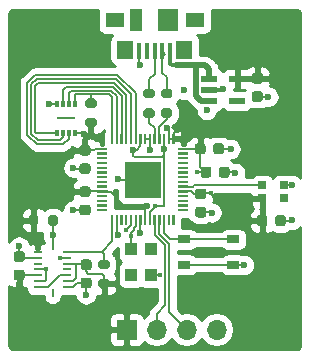
<source format=gbr>
%TF.GenerationSoftware,KiCad,Pcbnew,(5.1.10)-1*%
%TF.CreationDate,2021-10-26T10:29:25+05:30*%
%TF.ProjectId,RP2040+BMI,52503230-3430-42b4-924d-492e6b696361,rev?*%
%TF.SameCoordinates,Original*%
%TF.FileFunction,Copper,L1,Top*%
%TF.FilePolarity,Positive*%
%FSLAX46Y46*%
G04 Gerber Fmt 4.6, Leading zero omitted, Abs format (unit mm)*
G04 Created by KiCad (PCBNEW (5.1.10)-1) date 2021-10-26 10:29:25*
%MOMM*%
%LPD*%
G01*
G04 APERTURE LIST*
%TA.AperFunction,SMDPad,CuDef*%
%ADD10R,0.980000X1.100000*%
%TD*%
%TA.AperFunction,SMDPad,CuDef*%
%ADD11R,0.700000X0.700000*%
%TD*%
%TA.AperFunction,SMDPad,CuDef*%
%ADD12R,1.050000X0.650000*%
%TD*%
%TA.AperFunction,SMDPad,CuDef*%
%ADD13R,1.600000X0.200000*%
%TD*%
%TA.AperFunction,SMDPad,CuDef*%
%ADD14R,0.350000X0.490000*%
%TD*%
%TA.AperFunction,SMDPad,CuDef*%
%ADD15R,0.250000X0.675000*%
%TD*%
%TA.AperFunction,SMDPad,CuDef*%
%ADD16R,0.675000X0.250000*%
%TD*%
%TA.AperFunction,SMDPad,CuDef*%
%ADD17R,1.350000X0.600000*%
%TD*%
%TA.AperFunction,SMDPad,CuDef*%
%ADD18R,3.100000X3.100000*%
%TD*%
%TA.AperFunction,ComponentPad*%
%ADD19O,1.700000X1.700000*%
%TD*%
%TA.AperFunction,ComponentPad*%
%ADD20R,1.700000X1.700000*%
%TD*%
%TA.AperFunction,SMDPad,CuDef*%
%ADD21R,1.000000X1.900000*%
%TD*%
%TA.AperFunction,SMDPad,CuDef*%
%ADD22R,1.800000X1.900000*%
%TD*%
%TA.AperFunction,SMDPad,CuDef*%
%ADD23R,1.650000X1.300000*%
%TD*%
%TA.AperFunction,SMDPad,CuDef*%
%ADD24R,1.425000X1.550000*%
%TD*%
%TA.AperFunction,SMDPad,CuDef*%
%ADD25R,0.450000X1.380000*%
%TD*%
%TA.AperFunction,ViaPad*%
%ADD26C,0.600000*%
%TD*%
%TA.AperFunction,ViaPad*%
%ADD27C,0.450000*%
%TD*%
%TA.AperFunction,Conductor*%
%ADD28C,0.200000*%
%TD*%
%TA.AperFunction,Conductor*%
%ADD29C,0.300000*%
%TD*%
%TA.AperFunction,Conductor*%
%ADD30C,0.500000*%
%TD*%
%TA.AperFunction,Conductor*%
%ADD31C,0.250000*%
%TD*%
%TA.AperFunction,Conductor*%
%ADD32C,0.254000*%
%TD*%
%TA.AperFunction,Conductor*%
%ADD33C,0.100000*%
%TD*%
G04 APERTURE END LIST*
D10*
%TO.P,U5,1*%
%TO.N,Net-(C5-Pad1)*%
X183000000Y-110870000D03*
%TO.P,U5,2*%
%TO.N,Net-(U5-Pad2)*%
X183000000Y-113070000D03*
%TO.P,U5,3*%
%TO.N,Net-(C6-Pad2)*%
X184700000Y-113070000D03*
%TO.P,U5,4*%
%TO.N,Net-(U5-Pad4)*%
X184700000Y-110870000D03*
%TD*%
D11*
%TO.P,D1,2*%
%TO.N,GND*%
X195925000Y-105490000D03*
%TO.P,D1,4*%
%TO.N,+3V3*%
X194095000Y-106590000D03*
%TO.P,D1,1*%
%TO.N,Net-(D1-Pad1)*%
X195925000Y-106590000D03*
%TO.P,D1,3*%
%TO.N,/LED*%
X194095000Y-105490000D03*
%TD*%
D12*
%TO.P,SW1,1*%
%TO.N,/RST*%
X187505000Y-110065000D03*
%TO.P,SW1,2*%
X191655000Y-110065000D03*
%TO.P,SW1,3*%
%TO.N,GND*%
X187505000Y-112215000D03*
%TO.P,SW1,4*%
X191655000Y-112215000D03*
%TD*%
D13*
%TO.P,U2,EP*%
%TO.N,Net-(U2-PadEP)*%
X177480000Y-99810000D03*
D14*
%TO.P,U2,8*%
%TO.N,+3V3*%
X178230000Y-101030000D03*
%TO.P,U2,7*%
%TO.N,/QSPI_IO3*%
X177730000Y-101030000D03*
%TO.P,U2,6*%
%TO.N,/SCK*%
X177230000Y-101030000D03*
%TO.P,U2,5*%
%TO.N,/QSPI_IO0*%
X176730000Y-101030000D03*
%TO.P,U2,4*%
%TO.N,GND*%
X176730000Y-98590000D03*
%TO.P,U2,3*%
%TO.N,/QSPI_IO2*%
X177230000Y-98590000D03*
%TO.P,U2,2*%
%TO.N,/QSPI_IO1*%
X177730000Y-98590000D03*
%TO.P,U2,1*%
%TO.N,/CS*%
X178230000Y-98590000D03*
%TD*%
D15*
%TO.P,U4,16*%
%TO.N,/Accel_INT*%
X176360000Y-114622500D03*
D16*
%TO.P,U4,4*%
%TO.N,GND*%
X175097500Y-112610000D03*
%TO.P,U4,3*%
%TO.N,+3V3*%
X175097500Y-113110000D03*
%TO.P,U4,2*%
%TO.N,GND*%
X175097500Y-113610000D03*
%TO.P,U4,1*%
%TO.N,Net-(U4-Pad1)*%
X175097500Y-114110000D03*
%TO.P,U4,5*%
%TO.N,Net-(U4-Pad5)*%
X175097500Y-112110000D03*
%TO.P,U4,6*%
%TO.N,GND*%
X175097500Y-111610000D03*
%TO.P,U4,7*%
%TO.N,+3V3*%
X175097500Y-111110000D03*
%TO.P,U4,14*%
X177622500Y-113610000D03*
%TO.P,U4,15*%
%TO.N,GND*%
X177622500Y-114110000D03*
%TO.P,U4,13*%
%TO.N,Net-(U4-Pad1)*%
X177622500Y-113110000D03*
%TO.P,U4,9*%
%TO.N,/SDA*%
X177622500Y-111110000D03*
%TO.P,U4,10*%
%TO.N,GND*%
X177622500Y-111610000D03*
D15*
%TO.P,U4,8*%
%TO.N,/SCL*%
X176360000Y-110597500D03*
D16*
%TO.P,U4,12*%
%TO.N,/Gyro_INT*%
X177622500Y-112610000D03*
%TO.P,U4,11*%
%TO.N,+3V3*%
X177622500Y-112110000D03*
%TD*%
D17*
%TO.P,U3,1*%
%TO.N,+5V*%
X189615000Y-96450000D03*
%TO.P,U3,2*%
%TO.N,GND*%
X189615000Y-97400000D03*
%TO.P,U3,3*%
%TO.N,+5V*%
X189615000Y-98350000D03*
%TO.P,U3,4*%
%TO.N,Net-(U3-Pad4)*%
X191985000Y-98350000D03*
%TO.P,U3,5*%
%TO.N,+3V3*%
X191985000Y-96450000D03*
%TD*%
D18*
%TO.P,U1,57*%
%TO.N,GND*%
X184000000Y-105000000D03*
%TO.P,U1,42*%
%TO.N,+3V3*%
%TA.AperFunction,SMDPad,CuDef*%
G36*
G01*
X187015000Y-102494000D02*
X187015000Y-102306000D01*
G75*
G02*
X187021000Y-102300000I6000J0D01*
G01*
X187849000Y-102300000D01*
G75*
G02*
X187855000Y-102306000I0J-6000D01*
G01*
X187855000Y-102494000D01*
G75*
G02*
X187849000Y-102500000I-6000J0D01*
G01*
X187021000Y-102500000D01*
G75*
G02*
X187015000Y-102494000I0J6000D01*
G01*
G37*
%TD.AperFunction*%
%TO.P,U1,41*%
%TO.N,N/C*%
%TA.AperFunction,SMDPad,CuDef*%
G36*
G01*
X187015000Y-102894000D02*
X187015000Y-102706000D01*
G75*
G02*
X187021000Y-102700000I6000J0D01*
G01*
X187849000Y-102700000D01*
G75*
G02*
X187855000Y-102706000I0J-6000D01*
G01*
X187855000Y-102894000D01*
G75*
G02*
X187849000Y-102900000I-6000J0D01*
G01*
X187021000Y-102900000D01*
G75*
G02*
X187015000Y-102894000I0J6000D01*
G01*
G37*
%TD.AperFunction*%
%TO.P,U1,40*%
%TA.AperFunction,SMDPad,CuDef*%
G36*
G01*
X187015000Y-103294000D02*
X187015000Y-103106000D01*
G75*
G02*
X187021000Y-103100000I6000J0D01*
G01*
X187849000Y-103100000D01*
G75*
G02*
X187855000Y-103106000I0J-6000D01*
G01*
X187855000Y-103294000D01*
G75*
G02*
X187849000Y-103300000I-6000J0D01*
G01*
X187021000Y-103300000D01*
G75*
G02*
X187015000Y-103294000I0J6000D01*
G01*
G37*
%TD.AperFunction*%
%TO.P,U1,39*%
%TA.AperFunction,SMDPad,CuDef*%
G36*
G01*
X187015000Y-103694000D02*
X187015000Y-103506000D01*
G75*
G02*
X187021000Y-103500000I6000J0D01*
G01*
X187849000Y-103500000D01*
G75*
G02*
X187855000Y-103506000I0J-6000D01*
G01*
X187855000Y-103694000D01*
G75*
G02*
X187849000Y-103700000I-6000J0D01*
G01*
X187021000Y-103700000D01*
G75*
G02*
X187015000Y-103694000I0J6000D01*
G01*
G37*
%TD.AperFunction*%
%TO.P,U1,38*%
%TA.AperFunction,SMDPad,CuDef*%
G36*
G01*
X187015000Y-104094000D02*
X187015000Y-103906000D01*
G75*
G02*
X187021000Y-103900000I6000J0D01*
G01*
X187849000Y-103900000D01*
G75*
G02*
X187855000Y-103906000I0J-6000D01*
G01*
X187855000Y-104094000D01*
G75*
G02*
X187849000Y-104100000I-6000J0D01*
G01*
X187021000Y-104100000D01*
G75*
G02*
X187015000Y-104094000I0J6000D01*
G01*
G37*
%TD.AperFunction*%
%TO.P,U1,37*%
%TO.N,Net-(U1-Pad37)*%
%TA.AperFunction,SMDPad,CuDef*%
G36*
G01*
X187015000Y-104494000D02*
X187015000Y-104306000D01*
G75*
G02*
X187021000Y-104300000I6000J0D01*
G01*
X187849000Y-104300000D01*
G75*
G02*
X187855000Y-104306000I0J-6000D01*
G01*
X187855000Y-104494000D01*
G75*
G02*
X187849000Y-104500000I-6000J0D01*
G01*
X187021000Y-104500000D01*
G75*
G02*
X187015000Y-104494000I0J6000D01*
G01*
G37*
%TD.AperFunction*%
%TO.P,U1,36*%
%TO.N,Net-(U1-Pad36)*%
%TA.AperFunction,SMDPad,CuDef*%
G36*
G01*
X187015000Y-104894000D02*
X187015000Y-104706000D01*
G75*
G02*
X187021000Y-104700000I6000J0D01*
G01*
X187849000Y-104700000D01*
G75*
G02*
X187855000Y-104706000I0J-6000D01*
G01*
X187855000Y-104894000D01*
G75*
G02*
X187849000Y-104900000I-6000J0D01*
G01*
X187021000Y-104900000D01*
G75*
G02*
X187015000Y-104894000I0J6000D01*
G01*
G37*
%TD.AperFunction*%
%TO.P,U1,35*%
%TO.N,Net-(U1-Pad35)*%
%TA.AperFunction,SMDPad,CuDef*%
G36*
G01*
X187015000Y-105294000D02*
X187015000Y-105106000D01*
G75*
G02*
X187021000Y-105100000I6000J0D01*
G01*
X187849000Y-105100000D01*
G75*
G02*
X187855000Y-105106000I0J-6000D01*
G01*
X187855000Y-105294000D01*
G75*
G02*
X187849000Y-105300000I-6000J0D01*
G01*
X187021000Y-105300000D01*
G75*
G02*
X187015000Y-105294000I0J6000D01*
G01*
G37*
%TD.AperFunction*%
%TO.P,U1,34*%
%TO.N,/LED*%
%TA.AperFunction,SMDPad,CuDef*%
G36*
G01*
X187015000Y-105694000D02*
X187015000Y-105506000D01*
G75*
G02*
X187021000Y-105500000I6000J0D01*
G01*
X187849000Y-105500000D01*
G75*
G02*
X187855000Y-105506000I0J-6000D01*
G01*
X187855000Y-105694000D01*
G75*
G02*
X187849000Y-105700000I-6000J0D01*
G01*
X187021000Y-105700000D01*
G75*
G02*
X187015000Y-105694000I0J6000D01*
G01*
G37*
%TD.AperFunction*%
%TO.P,U1,33*%
%TO.N,+3V3*%
%TA.AperFunction,SMDPad,CuDef*%
G36*
G01*
X187015000Y-106094000D02*
X187015000Y-105906000D01*
G75*
G02*
X187021000Y-105900000I6000J0D01*
G01*
X187849000Y-105900000D01*
G75*
G02*
X187855000Y-105906000I0J-6000D01*
G01*
X187855000Y-106094000D01*
G75*
G02*
X187849000Y-106100000I-6000J0D01*
G01*
X187021000Y-106100000D01*
G75*
G02*
X187015000Y-106094000I0J6000D01*
G01*
G37*
%TD.AperFunction*%
%TO.P,U1,32*%
%TO.N,Net-(U1-Pad32)*%
%TA.AperFunction,SMDPad,CuDef*%
G36*
G01*
X187015000Y-106494000D02*
X187015000Y-106306000D01*
G75*
G02*
X187021000Y-106300000I6000J0D01*
G01*
X187849000Y-106300000D01*
G75*
G02*
X187855000Y-106306000I0J-6000D01*
G01*
X187855000Y-106494000D01*
G75*
G02*
X187849000Y-106500000I-6000J0D01*
G01*
X187021000Y-106500000D01*
G75*
G02*
X187015000Y-106494000I0J6000D01*
G01*
G37*
%TD.AperFunction*%
%TO.P,U1,31*%
%TO.N,Net-(U1-Pad31)*%
%TA.AperFunction,SMDPad,CuDef*%
G36*
G01*
X187015000Y-106894000D02*
X187015000Y-106706000D01*
G75*
G02*
X187021000Y-106700000I6000J0D01*
G01*
X187849000Y-106700000D01*
G75*
G02*
X187855000Y-106706000I0J-6000D01*
G01*
X187855000Y-106894000D01*
G75*
G02*
X187849000Y-106900000I-6000J0D01*
G01*
X187021000Y-106900000D01*
G75*
G02*
X187015000Y-106894000I0J6000D01*
G01*
G37*
%TD.AperFunction*%
%TO.P,U1,30*%
%TO.N,Net-(U1-Pad30)*%
%TA.AperFunction,SMDPad,CuDef*%
G36*
G01*
X187015000Y-107294000D02*
X187015000Y-107106000D01*
G75*
G02*
X187021000Y-107100000I6000J0D01*
G01*
X187849000Y-107100000D01*
G75*
G02*
X187855000Y-107106000I0J-6000D01*
G01*
X187855000Y-107294000D01*
G75*
G02*
X187849000Y-107300000I-6000J0D01*
G01*
X187021000Y-107300000D01*
G75*
G02*
X187015000Y-107294000I0J6000D01*
G01*
G37*
%TD.AperFunction*%
%TO.P,U1,29*%
%TO.N,Net-(U1-Pad29)*%
%TA.AperFunction,SMDPad,CuDef*%
G36*
G01*
X187015000Y-107694000D02*
X187015000Y-107506000D01*
G75*
G02*
X187021000Y-107500000I6000J0D01*
G01*
X187849000Y-107500000D01*
G75*
G02*
X187855000Y-107506000I0J-6000D01*
G01*
X187855000Y-107694000D01*
G75*
G02*
X187849000Y-107700000I-6000J0D01*
G01*
X187021000Y-107700000D01*
G75*
G02*
X187015000Y-107694000I0J6000D01*
G01*
G37*
%TD.AperFunction*%
%TO.P,U1,14*%
%TO.N,Net-(U1-Pad14)*%
%TA.AperFunction,SMDPad,CuDef*%
G36*
G01*
X180145000Y-107694000D02*
X180145000Y-107506000D01*
G75*
G02*
X180151000Y-107500000I6000J0D01*
G01*
X180979000Y-107500000D01*
G75*
G02*
X180985000Y-107506000I0J-6000D01*
G01*
X180985000Y-107694000D01*
G75*
G02*
X180979000Y-107700000I-6000J0D01*
G01*
X180151000Y-107700000D01*
G75*
G02*
X180145000Y-107694000I0J6000D01*
G01*
G37*
%TD.AperFunction*%
%TO.P,U1,13*%
%TO.N,Net-(U1-Pad13)*%
%TA.AperFunction,SMDPad,CuDef*%
G36*
G01*
X180145000Y-107294000D02*
X180145000Y-107106000D01*
G75*
G02*
X180151000Y-107100000I6000J0D01*
G01*
X180979000Y-107100000D01*
G75*
G02*
X180985000Y-107106000I0J-6000D01*
G01*
X180985000Y-107294000D01*
G75*
G02*
X180979000Y-107300000I-6000J0D01*
G01*
X180151000Y-107300000D01*
G75*
G02*
X180145000Y-107294000I0J6000D01*
G01*
G37*
%TD.AperFunction*%
%TO.P,U1,12*%
%TO.N,Net-(U1-Pad12)*%
%TA.AperFunction,SMDPad,CuDef*%
G36*
G01*
X180145000Y-106894000D02*
X180145000Y-106706000D01*
G75*
G02*
X180151000Y-106700000I6000J0D01*
G01*
X180979000Y-106700000D01*
G75*
G02*
X180985000Y-106706000I0J-6000D01*
G01*
X180985000Y-106894000D01*
G75*
G02*
X180979000Y-106900000I-6000J0D01*
G01*
X180151000Y-106900000D01*
G75*
G02*
X180145000Y-106894000I0J6000D01*
G01*
G37*
%TD.AperFunction*%
%TO.P,U1,11*%
%TO.N,Net-(U1-Pad11)*%
%TA.AperFunction,SMDPad,CuDef*%
G36*
G01*
X180145000Y-106494000D02*
X180145000Y-106306000D01*
G75*
G02*
X180151000Y-106300000I6000J0D01*
G01*
X180979000Y-106300000D01*
G75*
G02*
X180985000Y-106306000I0J-6000D01*
G01*
X180985000Y-106494000D01*
G75*
G02*
X180979000Y-106500000I-6000J0D01*
G01*
X180151000Y-106500000D01*
G75*
G02*
X180145000Y-106494000I0J6000D01*
G01*
G37*
%TD.AperFunction*%
%TO.P,U1,10*%
%TO.N,+3V3*%
%TA.AperFunction,SMDPad,CuDef*%
G36*
G01*
X180145000Y-106094000D02*
X180145000Y-105906000D01*
G75*
G02*
X180151000Y-105900000I6000J0D01*
G01*
X180979000Y-105900000D01*
G75*
G02*
X180985000Y-105906000I0J-6000D01*
G01*
X180985000Y-106094000D01*
G75*
G02*
X180979000Y-106100000I-6000J0D01*
G01*
X180151000Y-106100000D01*
G75*
G02*
X180145000Y-106094000I0J6000D01*
G01*
G37*
%TD.AperFunction*%
%TO.P,U1,9*%
%TO.N,Net-(U1-Pad9)*%
%TA.AperFunction,SMDPad,CuDef*%
G36*
G01*
X180145000Y-105694000D02*
X180145000Y-105506000D01*
G75*
G02*
X180151000Y-105500000I6000J0D01*
G01*
X180979000Y-105500000D01*
G75*
G02*
X180985000Y-105506000I0J-6000D01*
G01*
X180985000Y-105694000D01*
G75*
G02*
X180979000Y-105700000I-6000J0D01*
G01*
X180151000Y-105700000D01*
G75*
G02*
X180145000Y-105694000I0J6000D01*
G01*
G37*
%TD.AperFunction*%
%TO.P,U1,8*%
%TO.N,Net-(U1-Pad8)*%
%TA.AperFunction,SMDPad,CuDef*%
G36*
G01*
X180145000Y-105294000D02*
X180145000Y-105106000D01*
G75*
G02*
X180151000Y-105100000I6000J0D01*
G01*
X180979000Y-105100000D01*
G75*
G02*
X180985000Y-105106000I0J-6000D01*
G01*
X180985000Y-105294000D01*
G75*
G02*
X180979000Y-105300000I-6000J0D01*
G01*
X180151000Y-105300000D01*
G75*
G02*
X180145000Y-105294000I0J6000D01*
G01*
G37*
%TD.AperFunction*%
%TO.P,U1,7*%
%TO.N,Net-(U1-Pad7)*%
%TA.AperFunction,SMDPad,CuDef*%
G36*
G01*
X180145000Y-104894000D02*
X180145000Y-104706000D01*
G75*
G02*
X180151000Y-104700000I6000J0D01*
G01*
X180979000Y-104700000D01*
G75*
G02*
X180985000Y-104706000I0J-6000D01*
G01*
X180985000Y-104894000D01*
G75*
G02*
X180979000Y-104900000I-6000J0D01*
G01*
X180151000Y-104900000D01*
G75*
G02*
X180145000Y-104894000I0J6000D01*
G01*
G37*
%TD.AperFunction*%
%TO.P,U1,6*%
%TO.N,Net-(U1-Pad6)*%
%TA.AperFunction,SMDPad,CuDef*%
G36*
G01*
X180145000Y-104494000D02*
X180145000Y-104306000D01*
G75*
G02*
X180151000Y-104300000I6000J0D01*
G01*
X180979000Y-104300000D01*
G75*
G02*
X180985000Y-104306000I0J-6000D01*
G01*
X180985000Y-104494000D01*
G75*
G02*
X180979000Y-104500000I-6000J0D01*
G01*
X180151000Y-104500000D01*
G75*
G02*
X180145000Y-104494000I0J6000D01*
G01*
G37*
%TD.AperFunction*%
%TO.P,U1,5*%
%TO.N,Net-(U1-Pad5)*%
%TA.AperFunction,SMDPad,CuDef*%
G36*
G01*
X180145000Y-104094000D02*
X180145000Y-103906000D01*
G75*
G02*
X180151000Y-103900000I6000J0D01*
G01*
X180979000Y-103900000D01*
G75*
G02*
X180985000Y-103906000I0J-6000D01*
G01*
X180985000Y-104094000D01*
G75*
G02*
X180979000Y-104100000I-6000J0D01*
G01*
X180151000Y-104100000D01*
G75*
G02*
X180145000Y-104094000I0J6000D01*
G01*
G37*
%TD.AperFunction*%
%TO.P,U1,4*%
%TO.N,Net-(U1-Pad4)*%
%TA.AperFunction,SMDPad,CuDef*%
G36*
G01*
X180145000Y-103694000D02*
X180145000Y-103506000D01*
G75*
G02*
X180151000Y-103500000I6000J0D01*
G01*
X180979000Y-103500000D01*
G75*
G02*
X180985000Y-103506000I0J-6000D01*
G01*
X180985000Y-103694000D01*
G75*
G02*
X180979000Y-103700000I-6000J0D01*
G01*
X180151000Y-103700000D01*
G75*
G02*
X180145000Y-103694000I0J6000D01*
G01*
G37*
%TD.AperFunction*%
%TO.P,U1,3*%
%TO.N,Net-(U1-Pad3)*%
%TA.AperFunction,SMDPad,CuDef*%
G36*
G01*
X180145000Y-103294000D02*
X180145000Y-103106000D01*
G75*
G02*
X180151000Y-103100000I6000J0D01*
G01*
X180979000Y-103100000D01*
G75*
G02*
X180985000Y-103106000I0J-6000D01*
G01*
X180985000Y-103294000D01*
G75*
G02*
X180979000Y-103300000I-6000J0D01*
G01*
X180151000Y-103300000D01*
G75*
G02*
X180145000Y-103294000I0J6000D01*
G01*
G37*
%TD.AperFunction*%
%TO.P,U1,2*%
%TO.N,Net-(U1-Pad2)*%
%TA.AperFunction,SMDPad,CuDef*%
G36*
G01*
X180145000Y-102894000D02*
X180145000Y-102706000D01*
G75*
G02*
X180151000Y-102700000I6000J0D01*
G01*
X180979000Y-102700000D01*
G75*
G02*
X180985000Y-102706000I0J-6000D01*
G01*
X180985000Y-102894000D01*
G75*
G02*
X180979000Y-102900000I-6000J0D01*
G01*
X180151000Y-102900000D01*
G75*
G02*
X180145000Y-102894000I0J6000D01*
G01*
G37*
%TD.AperFunction*%
%TO.P,U1,1*%
%TO.N,+3V3*%
%TA.AperFunction,SMDPad,CuDef*%
G36*
G01*
X180145000Y-102494000D02*
X180145000Y-102306000D01*
G75*
G02*
X180151000Y-102300000I6000J0D01*
G01*
X180979000Y-102300000D01*
G75*
G02*
X180985000Y-102306000I0J-6000D01*
G01*
X180985000Y-102494000D01*
G75*
G02*
X180979000Y-102500000I-6000J0D01*
G01*
X180151000Y-102500000D01*
G75*
G02*
X180145000Y-102494000I0J6000D01*
G01*
G37*
%TD.AperFunction*%
%TO.P,U1,56*%
%TO.N,/CS*%
%TA.AperFunction,SMDPad,CuDef*%
G36*
G01*
X181300000Y-101965000D02*
X181300000Y-101165000D01*
G75*
G02*
X181320000Y-101145000I20000J0D01*
G01*
X181480000Y-101145000D01*
G75*
G02*
X181500000Y-101165000I0J-20000D01*
G01*
X181500000Y-101965000D01*
G75*
G02*
X181480000Y-101985000I-20000J0D01*
G01*
X181320000Y-101985000D01*
G75*
G02*
X181300000Y-101965000I0J20000D01*
G01*
G37*
%TD.AperFunction*%
%TO.P,U1,55*%
%TO.N,/QSPI_IO1*%
%TA.AperFunction,SMDPad,CuDef*%
G36*
G01*
X181700000Y-101965000D02*
X181700000Y-101165000D01*
G75*
G02*
X181720000Y-101145000I20000J0D01*
G01*
X181880000Y-101145000D01*
G75*
G02*
X181900000Y-101165000I0J-20000D01*
G01*
X181900000Y-101965000D01*
G75*
G02*
X181880000Y-101985000I-20000J0D01*
G01*
X181720000Y-101985000D01*
G75*
G02*
X181700000Y-101965000I0J20000D01*
G01*
G37*
%TD.AperFunction*%
%TO.P,U1,54*%
%TO.N,/QSPI_IO2*%
%TA.AperFunction,SMDPad,CuDef*%
G36*
G01*
X182100000Y-101965000D02*
X182100000Y-101165000D01*
G75*
G02*
X182120000Y-101145000I20000J0D01*
G01*
X182280000Y-101145000D01*
G75*
G02*
X182300000Y-101165000I0J-20000D01*
G01*
X182300000Y-101965000D01*
G75*
G02*
X182280000Y-101985000I-20000J0D01*
G01*
X182120000Y-101985000D01*
G75*
G02*
X182100000Y-101965000I0J20000D01*
G01*
G37*
%TD.AperFunction*%
%TO.P,U1,53*%
%TO.N,/QSPI_IO0*%
%TA.AperFunction,SMDPad,CuDef*%
G36*
G01*
X182500000Y-101965000D02*
X182500000Y-101165000D01*
G75*
G02*
X182520000Y-101145000I20000J0D01*
G01*
X182680000Y-101145000D01*
G75*
G02*
X182700000Y-101165000I0J-20000D01*
G01*
X182700000Y-101965000D01*
G75*
G02*
X182680000Y-101985000I-20000J0D01*
G01*
X182520000Y-101985000D01*
G75*
G02*
X182500000Y-101965000I0J20000D01*
G01*
G37*
%TD.AperFunction*%
%TO.P,U1,52*%
%TO.N,/SCK*%
%TA.AperFunction,SMDPad,CuDef*%
G36*
G01*
X182900000Y-101965000D02*
X182900000Y-101165000D01*
G75*
G02*
X182920000Y-101145000I20000J0D01*
G01*
X183080000Y-101145000D01*
G75*
G02*
X183100000Y-101165000I0J-20000D01*
G01*
X183100000Y-101965000D01*
G75*
G02*
X183080000Y-101985000I-20000J0D01*
G01*
X182920000Y-101985000D01*
G75*
G02*
X182900000Y-101965000I0J20000D01*
G01*
G37*
%TD.AperFunction*%
%TO.P,U1,51*%
%TO.N,/QSPI_IO3*%
%TA.AperFunction,SMDPad,CuDef*%
G36*
G01*
X183300000Y-101965000D02*
X183300000Y-101165000D01*
G75*
G02*
X183320000Y-101145000I20000J0D01*
G01*
X183480000Y-101145000D01*
G75*
G02*
X183500000Y-101165000I0J-20000D01*
G01*
X183500000Y-101965000D01*
G75*
G02*
X183480000Y-101985000I-20000J0D01*
G01*
X183320000Y-101985000D01*
G75*
G02*
X183300000Y-101965000I0J20000D01*
G01*
G37*
%TD.AperFunction*%
%TO.P,U1,50*%
%TO.N,+1V1*%
%TA.AperFunction,SMDPad,CuDef*%
G36*
G01*
X183700000Y-101965000D02*
X183700000Y-101165000D01*
G75*
G02*
X183720000Y-101145000I20000J0D01*
G01*
X183880000Y-101145000D01*
G75*
G02*
X183900000Y-101165000I0J-20000D01*
G01*
X183900000Y-101965000D01*
G75*
G02*
X183880000Y-101985000I-20000J0D01*
G01*
X183720000Y-101985000D01*
G75*
G02*
X183700000Y-101965000I0J20000D01*
G01*
G37*
%TD.AperFunction*%
%TO.P,U1,49*%
%TO.N,+3V3*%
%TA.AperFunction,SMDPad,CuDef*%
G36*
G01*
X184100000Y-101965000D02*
X184100000Y-101165000D01*
G75*
G02*
X184120000Y-101145000I20000J0D01*
G01*
X184280000Y-101145000D01*
G75*
G02*
X184300000Y-101165000I0J-20000D01*
G01*
X184300000Y-101965000D01*
G75*
G02*
X184280000Y-101985000I-20000J0D01*
G01*
X184120000Y-101985000D01*
G75*
G02*
X184100000Y-101965000I0J20000D01*
G01*
G37*
%TD.AperFunction*%
%TO.P,U1,48*%
%TA.AperFunction,SMDPad,CuDef*%
G36*
G01*
X184500000Y-101965000D02*
X184500000Y-101165000D01*
G75*
G02*
X184520000Y-101145000I20000J0D01*
G01*
X184680000Y-101145000D01*
G75*
G02*
X184700000Y-101165000I0J-20000D01*
G01*
X184700000Y-101965000D01*
G75*
G02*
X184680000Y-101985000I-20000J0D01*
G01*
X184520000Y-101985000D01*
G75*
G02*
X184500000Y-101965000I0J20000D01*
G01*
G37*
%TD.AperFunction*%
%TO.P,U1,47*%
%TO.N,Net-(R3-Pad2)*%
%TA.AperFunction,SMDPad,CuDef*%
G36*
G01*
X184900000Y-101965000D02*
X184900000Y-101165000D01*
G75*
G02*
X184920000Y-101145000I20000J0D01*
G01*
X185080000Y-101145000D01*
G75*
G02*
X185100000Y-101165000I0J-20000D01*
G01*
X185100000Y-101965000D01*
G75*
G02*
X185080000Y-101985000I-20000J0D01*
G01*
X184920000Y-101985000D01*
G75*
G02*
X184900000Y-101965000I0J20000D01*
G01*
G37*
%TD.AperFunction*%
%TO.P,U1,46*%
%TO.N,Net-(R4-Pad2)*%
%TA.AperFunction,SMDPad,CuDef*%
G36*
G01*
X185300000Y-101965000D02*
X185300000Y-101165000D01*
G75*
G02*
X185320000Y-101145000I20000J0D01*
G01*
X185480000Y-101145000D01*
G75*
G02*
X185500000Y-101165000I0J-20000D01*
G01*
X185500000Y-101965000D01*
G75*
G02*
X185480000Y-101985000I-20000J0D01*
G01*
X185320000Y-101985000D01*
G75*
G02*
X185300000Y-101965000I0J20000D01*
G01*
G37*
%TD.AperFunction*%
%TO.P,U1,45*%
%TO.N,+1V1*%
%TA.AperFunction,SMDPad,CuDef*%
G36*
G01*
X185700000Y-101965000D02*
X185700000Y-101165000D01*
G75*
G02*
X185720000Y-101145000I20000J0D01*
G01*
X185880000Y-101145000D01*
G75*
G02*
X185900000Y-101165000I0J-20000D01*
G01*
X185900000Y-101965000D01*
G75*
G02*
X185880000Y-101985000I-20000J0D01*
G01*
X185720000Y-101985000D01*
G75*
G02*
X185700000Y-101965000I0J20000D01*
G01*
G37*
%TD.AperFunction*%
%TO.P,U1,44*%
%TO.N,+3V3*%
%TA.AperFunction,SMDPad,CuDef*%
G36*
G01*
X186100000Y-101965000D02*
X186100000Y-101165000D01*
G75*
G02*
X186120000Y-101145000I20000J0D01*
G01*
X186280000Y-101145000D01*
G75*
G02*
X186300000Y-101165000I0J-20000D01*
G01*
X186300000Y-101965000D01*
G75*
G02*
X186280000Y-101985000I-20000J0D01*
G01*
X186120000Y-101985000D01*
G75*
G02*
X186100000Y-101965000I0J20000D01*
G01*
G37*
%TD.AperFunction*%
%TO.P,U1,43*%
%TA.AperFunction,SMDPad,CuDef*%
G36*
G01*
X186500000Y-101965000D02*
X186500000Y-101165000D01*
G75*
G02*
X186520000Y-101145000I20000J0D01*
G01*
X186680000Y-101145000D01*
G75*
G02*
X186700000Y-101165000I0J-20000D01*
G01*
X186700000Y-101965000D01*
G75*
G02*
X186680000Y-101985000I-20000J0D01*
G01*
X186520000Y-101985000D01*
G75*
G02*
X186500000Y-101965000I0J20000D01*
G01*
G37*
%TD.AperFunction*%
%TO.P,U1,28*%
%TO.N,Net-(U1-Pad28)*%
%TA.AperFunction,SMDPad,CuDef*%
G36*
G01*
X186500000Y-108835000D02*
X186500000Y-108035000D01*
G75*
G02*
X186520000Y-108015000I20000J0D01*
G01*
X186680000Y-108015000D01*
G75*
G02*
X186700000Y-108035000I0J-20000D01*
G01*
X186700000Y-108835000D01*
G75*
G02*
X186680000Y-108855000I-20000J0D01*
G01*
X186520000Y-108855000D01*
G75*
G02*
X186500000Y-108835000I0J20000D01*
G01*
G37*
%TD.AperFunction*%
%TO.P,U1,27*%
%TO.N,Net-(U1-Pad27)*%
%TA.AperFunction,SMDPad,CuDef*%
G36*
G01*
X186100000Y-108835000D02*
X186100000Y-108035000D01*
G75*
G02*
X186120000Y-108015000I20000J0D01*
G01*
X186280000Y-108015000D01*
G75*
G02*
X186300000Y-108035000I0J-20000D01*
G01*
X186300000Y-108835000D01*
G75*
G02*
X186280000Y-108855000I-20000J0D01*
G01*
X186120000Y-108855000D01*
G75*
G02*
X186100000Y-108835000I0J20000D01*
G01*
G37*
%TD.AperFunction*%
%TO.P,U1,26*%
%TO.N,/RST*%
%TA.AperFunction,SMDPad,CuDef*%
G36*
G01*
X185700000Y-108835000D02*
X185700000Y-108035000D01*
G75*
G02*
X185720000Y-108015000I20000J0D01*
G01*
X185880000Y-108015000D01*
G75*
G02*
X185900000Y-108035000I0J-20000D01*
G01*
X185900000Y-108835000D01*
G75*
G02*
X185880000Y-108855000I-20000J0D01*
G01*
X185720000Y-108855000D01*
G75*
G02*
X185700000Y-108835000I0J20000D01*
G01*
G37*
%TD.AperFunction*%
%TO.P,U1,25*%
%TO.N,/SWD*%
%TA.AperFunction,SMDPad,CuDef*%
G36*
G01*
X185300000Y-108835000D02*
X185300000Y-108035000D01*
G75*
G02*
X185320000Y-108015000I20000J0D01*
G01*
X185480000Y-108015000D01*
G75*
G02*
X185500000Y-108035000I0J-20000D01*
G01*
X185500000Y-108835000D01*
G75*
G02*
X185480000Y-108855000I-20000J0D01*
G01*
X185320000Y-108855000D01*
G75*
G02*
X185300000Y-108835000I0J20000D01*
G01*
G37*
%TD.AperFunction*%
%TO.P,U1,24*%
%TO.N,/SWCLK*%
%TA.AperFunction,SMDPad,CuDef*%
G36*
G01*
X184900000Y-108835000D02*
X184900000Y-108035000D01*
G75*
G02*
X184920000Y-108015000I20000J0D01*
G01*
X185080000Y-108015000D01*
G75*
G02*
X185100000Y-108035000I0J-20000D01*
G01*
X185100000Y-108835000D01*
G75*
G02*
X185080000Y-108855000I-20000J0D01*
G01*
X184920000Y-108855000D01*
G75*
G02*
X184900000Y-108835000I0J20000D01*
G01*
G37*
%TD.AperFunction*%
%TO.P,U1,23*%
%TO.N,+1V1*%
%TA.AperFunction,SMDPad,CuDef*%
G36*
G01*
X184500000Y-108835000D02*
X184500000Y-108035000D01*
G75*
G02*
X184520000Y-108015000I20000J0D01*
G01*
X184680000Y-108015000D01*
G75*
G02*
X184700000Y-108035000I0J-20000D01*
G01*
X184700000Y-108835000D01*
G75*
G02*
X184680000Y-108855000I-20000J0D01*
G01*
X184520000Y-108855000D01*
G75*
G02*
X184500000Y-108835000I0J20000D01*
G01*
G37*
%TD.AperFunction*%
%TO.P,U1,22*%
%TO.N,+3V3*%
%TA.AperFunction,SMDPad,CuDef*%
G36*
G01*
X184100000Y-108835000D02*
X184100000Y-108035000D01*
G75*
G02*
X184120000Y-108015000I20000J0D01*
G01*
X184280000Y-108015000D01*
G75*
G02*
X184300000Y-108035000I0J-20000D01*
G01*
X184300000Y-108835000D01*
G75*
G02*
X184280000Y-108855000I-20000J0D01*
G01*
X184120000Y-108855000D01*
G75*
G02*
X184100000Y-108835000I0J20000D01*
G01*
G37*
%TD.AperFunction*%
%TO.P,U1,21*%
%TO.N,Net-(R2-Pad2)*%
%TA.AperFunction,SMDPad,CuDef*%
G36*
G01*
X183700000Y-108835000D02*
X183700000Y-108035000D01*
G75*
G02*
X183720000Y-108015000I20000J0D01*
G01*
X183880000Y-108015000D01*
G75*
G02*
X183900000Y-108035000I0J-20000D01*
G01*
X183900000Y-108835000D01*
G75*
G02*
X183880000Y-108855000I-20000J0D01*
G01*
X183720000Y-108855000D01*
G75*
G02*
X183700000Y-108835000I0J20000D01*
G01*
G37*
%TD.AperFunction*%
%TO.P,U1,20*%
%TO.N,Net-(C5-Pad1)*%
%TA.AperFunction,SMDPad,CuDef*%
G36*
G01*
X183300000Y-108835000D02*
X183300000Y-108035000D01*
G75*
G02*
X183320000Y-108015000I20000J0D01*
G01*
X183480000Y-108015000D01*
G75*
G02*
X183500000Y-108035000I0J-20000D01*
G01*
X183500000Y-108835000D01*
G75*
G02*
X183480000Y-108855000I-20000J0D01*
G01*
X183320000Y-108855000D01*
G75*
G02*
X183300000Y-108835000I0J20000D01*
G01*
G37*
%TD.AperFunction*%
%TO.P,U1,19*%
%TO.N,GND*%
%TA.AperFunction,SMDPad,CuDef*%
G36*
G01*
X182900000Y-108835000D02*
X182900000Y-108035000D01*
G75*
G02*
X182920000Y-108015000I20000J0D01*
G01*
X183080000Y-108015000D01*
G75*
G02*
X183100000Y-108035000I0J-20000D01*
G01*
X183100000Y-108835000D01*
G75*
G02*
X183080000Y-108855000I-20000J0D01*
G01*
X182920000Y-108855000D01*
G75*
G02*
X182900000Y-108835000I0J20000D01*
G01*
G37*
%TD.AperFunction*%
%TO.P,U1,18*%
%TO.N,Net-(U1-Pad18)*%
%TA.AperFunction,SMDPad,CuDef*%
G36*
G01*
X182500000Y-108835000D02*
X182500000Y-108035000D01*
G75*
G02*
X182520000Y-108015000I20000J0D01*
G01*
X182680000Y-108015000D01*
G75*
G02*
X182700000Y-108035000I0J-20000D01*
G01*
X182700000Y-108835000D01*
G75*
G02*
X182680000Y-108855000I-20000J0D01*
G01*
X182520000Y-108855000D01*
G75*
G02*
X182500000Y-108835000I0J20000D01*
G01*
G37*
%TD.AperFunction*%
%TO.P,U1,17*%
%TO.N,Net-(U1-Pad17)*%
%TA.AperFunction,SMDPad,CuDef*%
G36*
G01*
X182100000Y-108835000D02*
X182100000Y-108035000D01*
G75*
G02*
X182120000Y-108015000I20000J0D01*
G01*
X182280000Y-108015000D01*
G75*
G02*
X182300000Y-108035000I0J-20000D01*
G01*
X182300000Y-108835000D01*
G75*
G02*
X182280000Y-108855000I-20000J0D01*
G01*
X182120000Y-108855000D01*
G75*
G02*
X182100000Y-108835000I0J20000D01*
G01*
G37*
%TD.AperFunction*%
%TO.P,U1,16*%
%TO.N,/SCL*%
%TA.AperFunction,SMDPad,CuDef*%
G36*
G01*
X181700000Y-108835000D02*
X181700000Y-108035000D01*
G75*
G02*
X181720000Y-108015000I20000J0D01*
G01*
X181880000Y-108015000D01*
G75*
G02*
X181900000Y-108035000I0J-20000D01*
G01*
X181900000Y-108835000D01*
G75*
G02*
X181880000Y-108855000I-20000J0D01*
G01*
X181720000Y-108855000D01*
G75*
G02*
X181700000Y-108835000I0J20000D01*
G01*
G37*
%TD.AperFunction*%
%TO.P,U1,15*%
%TO.N,/SDA*%
%TA.AperFunction,SMDPad,CuDef*%
G36*
G01*
X181300000Y-108835000D02*
X181300000Y-108035000D01*
G75*
G02*
X181320000Y-108015000I20000J0D01*
G01*
X181480000Y-108015000D01*
G75*
G02*
X181500000Y-108035000I0J-20000D01*
G01*
X181500000Y-108835000D01*
G75*
G02*
X181480000Y-108855000I-20000J0D01*
G01*
X181320000Y-108855000D01*
G75*
G02*
X181300000Y-108835000I0J20000D01*
G01*
G37*
%TD.AperFunction*%
%TD*%
%TO.P,R6,2*%
%TO.N,+3V3*%
%TA.AperFunction,SMDPad,CuDef*%
G36*
G01*
X180445000Y-113425000D02*
X180995000Y-113425000D01*
G75*
G02*
X181195000Y-113625000I0J-200000D01*
G01*
X181195000Y-114025000D01*
G75*
G02*
X180995000Y-114225000I-200000J0D01*
G01*
X180445000Y-114225000D01*
G75*
G02*
X180245000Y-114025000I0J200000D01*
G01*
X180245000Y-113625000D01*
G75*
G02*
X180445000Y-113425000I200000J0D01*
G01*
G37*
%TD.AperFunction*%
%TO.P,R6,1*%
%TO.N,/SDA*%
%TA.AperFunction,SMDPad,CuDef*%
G36*
G01*
X180445000Y-111775000D02*
X180995000Y-111775000D01*
G75*
G02*
X181195000Y-111975000I0J-200000D01*
G01*
X181195000Y-112375000D01*
G75*
G02*
X180995000Y-112575000I-200000J0D01*
G01*
X180445000Y-112575000D01*
G75*
G02*
X180245000Y-112375000I0J200000D01*
G01*
X180245000Y-111975000D01*
G75*
G02*
X180445000Y-111775000I200000J0D01*
G01*
G37*
%TD.AperFunction*%
%TD*%
%TO.P,R5,2*%
%TO.N,+3V3*%
%TA.AperFunction,SMDPad,CuDef*%
G36*
G01*
X175155000Y-108175000D02*
X175155000Y-108725000D01*
G75*
G02*
X174955000Y-108925000I-200000J0D01*
G01*
X174555000Y-108925000D01*
G75*
G02*
X174355000Y-108725000I0J200000D01*
G01*
X174355000Y-108175000D01*
G75*
G02*
X174555000Y-107975000I200000J0D01*
G01*
X174955000Y-107975000D01*
G75*
G02*
X175155000Y-108175000I0J-200000D01*
G01*
G37*
%TD.AperFunction*%
%TO.P,R5,1*%
%TO.N,/SCL*%
%TA.AperFunction,SMDPad,CuDef*%
G36*
G01*
X176805000Y-108175000D02*
X176805000Y-108725000D01*
G75*
G02*
X176605000Y-108925000I-200000J0D01*
G01*
X176205000Y-108925000D01*
G75*
G02*
X176005000Y-108725000I0J200000D01*
G01*
X176005000Y-108175000D01*
G75*
G02*
X176205000Y-107975000I200000J0D01*
G01*
X176605000Y-107975000D01*
G75*
G02*
X176805000Y-108175000I0J-200000D01*
G01*
G37*
%TD.AperFunction*%
%TD*%
%TO.P,R4,2*%
%TO.N,Net-(R4-Pad2)*%
%TA.AperFunction,SMDPad,CuDef*%
G36*
G01*
X185755000Y-98975000D02*
X186305000Y-98975000D01*
G75*
G02*
X186505000Y-99175000I0J-200000D01*
G01*
X186505000Y-99575000D01*
G75*
G02*
X186305000Y-99775000I-200000J0D01*
G01*
X185755000Y-99775000D01*
G75*
G02*
X185555000Y-99575000I0J200000D01*
G01*
X185555000Y-99175000D01*
G75*
G02*
X185755000Y-98975000I200000J0D01*
G01*
G37*
%TD.AperFunction*%
%TO.P,R4,1*%
%TO.N,/D-*%
%TA.AperFunction,SMDPad,CuDef*%
G36*
G01*
X185755000Y-97325000D02*
X186305000Y-97325000D01*
G75*
G02*
X186505000Y-97525000I0J-200000D01*
G01*
X186505000Y-97925000D01*
G75*
G02*
X186305000Y-98125000I-200000J0D01*
G01*
X185755000Y-98125000D01*
G75*
G02*
X185555000Y-97925000I0J200000D01*
G01*
X185555000Y-97525000D01*
G75*
G02*
X185755000Y-97325000I200000J0D01*
G01*
G37*
%TD.AperFunction*%
%TD*%
%TO.P,R3,2*%
%TO.N,Net-(R3-Pad2)*%
%TA.AperFunction,SMDPad,CuDef*%
G36*
G01*
X184255000Y-98975000D02*
X184805000Y-98975000D01*
G75*
G02*
X185005000Y-99175000I0J-200000D01*
G01*
X185005000Y-99575000D01*
G75*
G02*
X184805000Y-99775000I-200000J0D01*
G01*
X184255000Y-99775000D01*
G75*
G02*
X184055000Y-99575000I0J200000D01*
G01*
X184055000Y-99175000D01*
G75*
G02*
X184255000Y-98975000I200000J0D01*
G01*
G37*
%TD.AperFunction*%
%TO.P,R3,1*%
%TO.N,/D+*%
%TA.AperFunction,SMDPad,CuDef*%
G36*
G01*
X184255000Y-97325000D02*
X184805000Y-97325000D01*
G75*
G02*
X185005000Y-97525000I0J-200000D01*
G01*
X185005000Y-97925000D01*
G75*
G02*
X184805000Y-98125000I-200000J0D01*
G01*
X184255000Y-98125000D01*
G75*
G02*
X184055000Y-97925000I0J200000D01*
G01*
X184055000Y-97525000D01*
G75*
G02*
X184255000Y-97325000I200000J0D01*
G01*
G37*
%TD.AperFunction*%
%TD*%
%TO.P,R1,2*%
%TO.N,+3V3*%
%TA.AperFunction,SMDPad,CuDef*%
G36*
G01*
X179335000Y-99785000D02*
X179885000Y-99785000D01*
G75*
G02*
X180085000Y-99985000I0J-200000D01*
G01*
X180085000Y-100385000D01*
G75*
G02*
X179885000Y-100585000I-200000J0D01*
G01*
X179335000Y-100585000D01*
G75*
G02*
X179135000Y-100385000I0J200000D01*
G01*
X179135000Y-99985000D01*
G75*
G02*
X179335000Y-99785000I200000J0D01*
G01*
G37*
%TD.AperFunction*%
%TO.P,R1,1*%
%TO.N,/CS*%
%TA.AperFunction,SMDPad,CuDef*%
G36*
G01*
X179335000Y-98135000D02*
X179885000Y-98135000D01*
G75*
G02*
X180085000Y-98335000I0J-200000D01*
G01*
X180085000Y-98735000D01*
G75*
G02*
X179885000Y-98935000I-200000J0D01*
G01*
X179335000Y-98935000D01*
G75*
G02*
X179135000Y-98735000I0J200000D01*
G01*
X179135000Y-98335000D01*
G75*
G02*
X179335000Y-98135000I200000J0D01*
G01*
G37*
%TD.AperFunction*%
%TD*%
D19*
%TO.P,J2,4*%
%TO.N,GND*%
X190240000Y-117700000D03*
%TO.P,J2,3*%
%TO.N,/SWD*%
X187700000Y-117700000D03*
%TO.P,J2,2*%
%TO.N,/SWCLK*%
X185160000Y-117700000D03*
D20*
%TO.P,J2,1*%
%TO.N,+3V3*%
X182620000Y-117700000D03*
%TD*%
D21*
%TO.P,J1,*%
%TO.N,*%
X183460000Y-91450000D03*
D22*
X186160000Y-91450000D03*
D23*
X181635000Y-91450000D03*
X188385000Y-91450000D03*
D24*
%TO.P,J1,6*%
%TO.N,Net-(J1-Pad6)*%
X182522500Y-94025000D03*
%TO.P,J1,*%
%TO.N,*%
X187497500Y-94025000D03*
D25*
%TO.P,J1,5*%
%TO.N,GND*%
X183710000Y-94110000D03*
%TO.P,J1,4*%
%TO.N,Net-(J1-Pad4)*%
X184360000Y-94110000D03*
%TO.P,J1,3*%
%TO.N,/D+*%
X185010000Y-94110000D03*
%TO.P,J1,2*%
%TO.N,/D-*%
X185660000Y-94110000D03*
%TO.P,J1,1*%
%TO.N,+5V*%
X186310000Y-94110000D03*
%TD*%
%TO.P,C20,2*%
%TO.N,GND*%
%TA.AperFunction,SMDPad,CuDef*%
G36*
G01*
X178850000Y-103625000D02*
X179350000Y-103625000D01*
G75*
G02*
X179575000Y-103850000I0J-225000D01*
G01*
X179575000Y-104300000D01*
G75*
G02*
X179350000Y-104525000I-225000J0D01*
G01*
X178850000Y-104525000D01*
G75*
G02*
X178625000Y-104300000I0J225000D01*
G01*
X178625000Y-103850000D01*
G75*
G02*
X178850000Y-103625000I225000J0D01*
G01*
G37*
%TD.AperFunction*%
%TO.P,C20,1*%
%TO.N,+3V3*%
%TA.AperFunction,SMDPad,CuDef*%
G36*
G01*
X178850000Y-102075000D02*
X179350000Y-102075000D01*
G75*
G02*
X179575000Y-102300000I0J-225000D01*
G01*
X179575000Y-102750000D01*
G75*
G02*
X179350000Y-102975000I-225000J0D01*
G01*
X178850000Y-102975000D01*
G75*
G02*
X178625000Y-102750000I0J225000D01*
G01*
X178625000Y-102300000D01*
G75*
G02*
X178850000Y-102075000I225000J0D01*
G01*
G37*
%TD.AperFunction*%
%TD*%
%TO.P,C17,2*%
%TO.N,GND*%
%TA.AperFunction,SMDPad,CuDef*%
G36*
G01*
X178950000Y-113315000D02*
X179450000Y-113315000D01*
G75*
G02*
X179675000Y-113540000I0J-225000D01*
G01*
X179675000Y-113990000D01*
G75*
G02*
X179450000Y-114215000I-225000J0D01*
G01*
X178950000Y-114215000D01*
G75*
G02*
X178725000Y-113990000I0J225000D01*
G01*
X178725000Y-113540000D01*
G75*
G02*
X178950000Y-113315000I225000J0D01*
G01*
G37*
%TD.AperFunction*%
%TO.P,C17,1*%
%TO.N,+3V3*%
%TA.AperFunction,SMDPad,CuDef*%
G36*
G01*
X178950000Y-111765000D02*
X179450000Y-111765000D01*
G75*
G02*
X179675000Y-111990000I0J-225000D01*
G01*
X179675000Y-112440000D01*
G75*
G02*
X179450000Y-112665000I-225000J0D01*
G01*
X178950000Y-112665000D01*
G75*
G02*
X178725000Y-112440000I0J225000D01*
G01*
X178725000Y-111990000D01*
G75*
G02*
X178950000Y-111765000I225000J0D01*
G01*
G37*
%TD.AperFunction*%
%TD*%
%TO.P,C16,2*%
%TO.N,GND*%
%TA.AperFunction,SMDPad,CuDef*%
G36*
G01*
X188650000Y-107315000D02*
X189150000Y-107315000D01*
G75*
G02*
X189375000Y-107540000I0J-225000D01*
G01*
X189375000Y-107990000D01*
G75*
G02*
X189150000Y-108215000I-225000J0D01*
G01*
X188650000Y-108215000D01*
G75*
G02*
X188425000Y-107990000I0J225000D01*
G01*
X188425000Y-107540000D01*
G75*
G02*
X188650000Y-107315000I225000J0D01*
G01*
G37*
%TD.AperFunction*%
%TO.P,C16,1*%
%TO.N,+3V3*%
%TA.AperFunction,SMDPad,CuDef*%
G36*
G01*
X188650000Y-105765000D02*
X189150000Y-105765000D01*
G75*
G02*
X189375000Y-105990000I0J-225000D01*
G01*
X189375000Y-106440000D01*
G75*
G02*
X189150000Y-106665000I-225000J0D01*
G01*
X188650000Y-106665000D01*
G75*
G02*
X188425000Y-106440000I0J225000D01*
G01*
X188425000Y-105990000D01*
G75*
G02*
X188650000Y-105765000I225000J0D01*
G01*
G37*
%TD.AperFunction*%
%TD*%
%TO.P,C14,2*%
%TO.N,GND*%
%TA.AperFunction,SMDPad,CuDef*%
G36*
G01*
X173780000Y-111975000D02*
X173280000Y-111975000D01*
G75*
G02*
X173055000Y-111750000I0J225000D01*
G01*
X173055000Y-111300000D01*
G75*
G02*
X173280000Y-111075000I225000J0D01*
G01*
X173780000Y-111075000D01*
G75*
G02*
X174005000Y-111300000I0J-225000D01*
G01*
X174005000Y-111750000D01*
G75*
G02*
X173780000Y-111975000I-225000J0D01*
G01*
G37*
%TD.AperFunction*%
%TO.P,C14,1*%
%TO.N,+3V3*%
%TA.AperFunction,SMDPad,CuDef*%
G36*
G01*
X173780000Y-113525000D02*
X173280000Y-113525000D01*
G75*
G02*
X173055000Y-113300000I0J225000D01*
G01*
X173055000Y-112850000D01*
G75*
G02*
X173280000Y-112625000I225000J0D01*
G01*
X173780000Y-112625000D01*
G75*
G02*
X174005000Y-112850000I0J-225000D01*
G01*
X174005000Y-113300000D01*
G75*
G02*
X173780000Y-113525000I-225000J0D01*
G01*
G37*
%TD.AperFunction*%
%TD*%
%TO.P,C13,2*%
%TO.N,GND*%
%TA.AperFunction,SMDPad,CuDef*%
G36*
G01*
X195205000Y-108730000D02*
X195205000Y-108230000D01*
G75*
G02*
X195430000Y-108005000I225000J0D01*
G01*
X195880000Y-108005000D01*
G75*
G02*
X196105000Y-108230000I0J-225000D01*
G01*
X196105000Y-108730000D01*
G75*
G02*
X195880000Y-108955000I-225000J0D01*
G01*
X195430000Y-108955000D01*
G75*
G02*
X195205000Y-108730000I0J225000D01*
G01*
G37*
%TD.AperFunction*%
%TO.P,C13,1*%
%TO.N,+3V3*%
%TA.AperFunction,SMDPad,CuDef*%
G36*
G01*
X193655000Y-108730000D02*
X193655000Y-108230000D01*
G75*
G02*
X193880000Y-108005000I225000J0D01*
G01*
X194330000Y-108005000D01*
G75*
G02*
X194555000Y-108230000I0J-225000D01*
G01*
X194555000Y-108730000D01*
G75*
G02*
X194330000Y-108955000I-225000J0D01*
G01*
X193880000Y-108955000D01*
G75*
G02*
X193655000Y-108730000I0J225000D01*
G01*
G37*
%TD.AperFunction*%
%TD*%
%TO.P,C12,2*%
%TO.N,GND*%
%TA.AperFunction,SMDPad,CuDef*%
G36*
G01*
X190445000Y-104630000D02*
X190445000Y-104130000D01*
G75*
G02*
X190670000Y-103905000I225000J0D01*
G01*
X191120000Y-103905000D01*
G75*
G02*
X191345000Y-104130000I0J-225000D01*
G01*
X191345000Y-104630000D01*
G75*
G02*
X191120000Y-104855000I-225000J0D01*
G01*
X190670000Y-104855000D01*
G75*
G02*
X190445000Y-104630000I0J225000D01*
G01*
G37*
%TD.AperFunction*%
%TO.P,C12,1*%
%TO.N,+3V3*%
%TA.AperFunction,SMDPad,CuDef*%
G36*
G01*
X188895000Y-104630000D02*
X188895000Y-104130000D01*
G75*
G02*
X189120000Y-103905000I225000J0D01*
G01*
X189570000Y-103905000D01*
G75*
G02*
X189795000Y-104130000I0J-225000D01*
G01*
X189795000Y-104630000D01*
G75*
G02*
X189570000Y-104855000I-225000J0D01*
G01*
X189120000Y-104855000D01*
G75*
G02*
X188895000Y-104630000I0J225000D01*
G01*
G37*
%TD.AperFunction*%
%TD*%
%TO.P,C10,2*%
%TO.N,GND*%
%TA.AperFunction,SMDPad,CuDef*%
G36*
G01*
X189965000Y-102640000D02*
X189965000Y-102140000D01*
G75*
G02*
X190190000Y-101915000I225000J0D01*
G01*
X190640000Y-101915000D01*
G75*
G02*
X190865000Y-102140000I0J-225000D01*
G01*
X190865000Y-102640000D01*
G75*
G02*
X190640000Y-102865000I-225000J0D01*
G01*
X190190000Y-102865000D01*
G75*
G02*
X189965000Y-102640000I0J225000D01*
G01*
G37*
%TD.AperFunction*%
%TO.P,C10,1*%
%TO.N,+3V3*%
%TA.AperFunction,SMDPad,CuDef*%
G36*
G01*
X188415000Y-102640000D02*
X188415000Y-102140000D01*
G75*
G02*
X188640000Y-101915000I225000J0D01*
G01*
X189090000Y-101915000D01*
G75*
G02*
X189315000Y-102140000I0J-225000D01*
G01*
X189315000Y-102640000D01*
G75*
G02*
X189090000Y-102865000I-225000J0D01*
G01*
X188640000Y-102865000D01*
G75*
G02*
X188415000Y-102640000I0J225000D01*
G01*
G37*
%TD.AperFunction*%
%TD*%
%TO.P,C4,2*%
%TO.N,GND*%
%TA.AperFunction,SMDPad,CuDef*%
G36*
G01*
X193450000Y-97525000D02*
X193950000Y-97525000D01*
G75*
G02*
X194175000Y-97750000I0J-225000D01*
G01*
X194175000Y-98200000D01*
G75*
G02*
X193950000Y-98425000I-225000J0D01*
G01*
X193450000Y-98425000D01*
G75*
G02*
X193225000Y-98200000I0J225000D01*
G01*
X193225000Y-97750000D01*
G75*
G02*
X193450000Y-97525000I225000J0D01*
G01*
G37*
%TD.AperFunction*%
%TO.P,C4,1*%
%TO.N,+3V3*%
%TA.AperFunction,SMDPad,CuDef*%
G36*
G01*
X193450000Y-95975000D02*
X193950000Y-95975000D01*
G75*
G02*
X194175000Y-96200000I0J-225000D01*
G01*
X194175000Y-96650000D01*
G75*
G02*
X193950000Y-96875000I-225000J0D01*
G01*
X193450000Y-96875000D01*
G75*
G02*
X193225000Y-96650000I0J225000D01*
G01*
X193225000Y-96200000D01*
G75*
G02*
X193450000Y-95975000I225000J0D01*
G01*
G37*
%TD.AperFunction*%
%TD*%
%TO.P,C1,2*%
%TO.N,GND*%
%TA.AperFunction,SMDPad,CuDef*%
G36*
G01*
X178850000Y-107125000D02*
X179350000Y-107125000D01*
G75*
G02*
X179575000Y-107350000I0J-225000D01*
G01*
X179575000Y-107800000D01*
G75*
G02*
X179350000Y-108025000I-225000J0D01*
G01*
X178850000Y-108025000D01*
G75*
G02*
X178625000Y-107800000I0J225000D01*
G01*
X178625000Y-107350000D01*
G75*
G02*
X178850000Y-107125000I225000J0D01*
G01*
G37*
%TD.AperFunction*%
%TO.P,C1,1*%
%TO.N,+3V3*%
%TA.AperFunction,SMDPad,CuDef*%
G36*
G01*
X178850000Y-105575000D02*
X179350000Y-105575000D01*
G75*
G02*
X179575000Y-105800000I0J-225000D01*
G01*
X179575000Y-106250000D01*
G75*
G02*
X179350000Y-106475000I-225000J0D01*
G01*
X178850000Y-106475000D01*
G75*
G02*
X178625000Y-106250000I0J225000D01*
G01*
X178625000Y-105800000D01*
G75*
G02*
X178850000Y-105575000I225000J0D01*
G01*
G37*
%TD.AperFunction*%
%TD*%
D26*
%TO.N,GND*%
X176100000Y-98570000D03*
X187490000Y-97440000D03*
X183740000Y-95260000D03*
X191430000Y-102410000D03*
X194640000Y-97990000D03*
X189410000Y-99140000D03*
X190810000Y-97370000D03*
X178100000Y-104000000D03*
X178100000Y-107600000D03*
X173530000Y-110650000D03*
X179200000Y-114740000D03*
D27*
X175790000Y-112600000D03*
X176960000Y-111630000D03*
D26*
X181870000Y-104980000D03*
X189830000Y-107800000D03*
X191830000Y-104420000D03*
X192590000Y-112230000D03*
X196650000Y-105460000D03*
X196640000Y-108430000D03*
D27*
X182610000Y-109250000D03*
D26*
%TO.N,+3V3*%
X184600000Y-102500000D03*
X186052646Y-100622646D03*
X186900000Y-100770000D03*
X194670000Y-96450000D03*
X179000000Y-101100000D03*
X178200000Y-102500000D03*
X178100000Y-106000000D03*
X173520000Y-113890000D03*
X175110000Y-110510000D03*
X184370000Y-107200000D03*
D27*
X188580000Y-104350000D03*
X189770000Y-106170000D03*
D26*
%TO.N,+5V*%
X188480000Y-95330000D03*
D27*
%TO.N,Net-(C5-Pad1)*%
X183000000Y-109820000D03*
D26*
%TO.N,+1V1*%
X183200000Y-102500000D03*
X185830000Y-102440000D03*
D27*
X185021902Y-107211436D03*
D26*
%TO.N,Net-(R2-Pad2)*%
X183770000Y-109510000D03*
%TO.N,/SCL*%
X181927000Y-109690000D03*
X176360000Y-109730000D03*
D27*
%TO.N,Net-(C6-Pad2)*%
X185460990Y-113060000D03*
%TD*%
D28*
%TO.N,GND*%
X176120000Y-98590000D02*
X176100000Y-98570000D01*
X176730000Y-98590000D02*
X176120000Y-98590000D01*
X183710000Y-95230000D02*
X183740000Y-95260000D01*
X183710000Y-94110000D02*
X183710000Y-95230000D01*
X191410000Y-102390000D02*
X191430000Y-102410000D01*
X190415000Y-102390000D02*
X191410000Y-102390000D01*
X194625000Y-97975000D02*
X194640000Y-97990000D01*
X193700000Y-97975000D02*
X194625000Y-97975000D01*
D29*
X190780000Y-97400000D02*
X190810000Y-97370000D01*
X189615000Y-97400000D02*
X190780000Y-97400000D01*
D28*
X178175000Y-104075000D02*
X178100000Y-104000000D01*
X179100000Y-104075000D02*
X178175000Y-104075000D01*
X178125000Y-107575000D02*
X178100000Y-107600000D01*
X179100000Y-107575000D02*
X178125000Y-107575000D01*
X173615000Y-111610000D02*
X173530000Y-111525000D01*
X175097500Y-111610000D02*
X173615000Y-111610000D01*
X173530000Y-111525000D02*
X173530000Y-110650000D01*
X179200000Y-113765000D02*
X179200000Y-114740000D01*
X177622500Y-114110000D02*
X178120000Y-114110000D01*
X178465000Y-113765000D02*
X179200000Y-113765000D01*
X178120000Y-114110000D02*
X178465000Y-113765000D01*
X175780000Y-112610000D02*
X175790000Y-112600000D01*
X175097500Y-112610000D02*
X175780000Y-112610000D01*
X176980000Y-111610000D02*
X176960000Y-111630000D01*
X177622500Y-111610000D02*
X176980000Y-111610000D01*
X175097500Y-113610000D02*
X175700000Y-113610000D01*
X175790000Y-113520000D02*
X175790000Y-112600000D01*
X175700000Y-113610000D02*
X175790000Y-113520000D01*
X181890000Y-105000000D02*
X181870000Y-104980000D01*
X184000000Y-105000000D02*
X181890000Y-105000000D01*
X189795000Y-107765000D02*
X189830000Y-107800000D01*
X188900000Y-107765000D02*
X189795000Y-107765000D01*
X191790000Y-104380000D02*
X191830000Y-104420000D01*
X190895000Y-104380000D02*
X191790000Y-104380000D01*
X191655000Y-112215000D02*
X187505000Y-112215000D01*
X192575000Y-112215000D02*
X192590000Y-112230000D01*
X191655000Y-112215000D02*
X192575000Y-112215000D01*
X196620000Y-105490000D02*
X196650000Y-105460000D01*
X195925000Y-105490000D02*
X196620000Y-105490000D01*
X196590000Y-108480000D02*
X196640000Y-108430000D01*
X195655000Y-108480000D02*
X196590000Y-108480000D01*
X182777990Y-109082010D02*
X182610000Y-109250000D01*
X182782316Y-109082010D02*
X182777990Y-109082010D01*
X183000000Y-108864326D02*
X182782316Y-109082010D01*
X183000000Y-108435000D02*
X183000000Y-108864326D01*
%TO.N,+3V3*%
X184600000Y-102500000D02*
X184600000Y-101565000D01*
X184200000Y-101565000D02*
X184600000Y-101565000D01*
X186200000Y-100770000D02*
X186200000Y-101565000D01*
X186052646Y-100622646D02*
X186200000Y-100770000D01*
X186600000Y-101070000D02*
X186900000Y-100770000D01*
X186600000Y-101565000D02*
X186600000Y-101070000D01*
X187445000Y-102390000D02*
X187435000Y-102400000D01*
X188865000Y-102390000D02*
X187445000Y-102390000D01*
D29*
X193675000Y-96450000D02*
X193700000Y-96425000D01*
X191985000Y-96450000D02*
X193675000Y-96450000D01*
X194645000Y-96425000D02*
X194670000Y-96450000D01*
X193700000Y-96425000D02*
X194645000Y-96425000D01*
D28*
X178930000Y-101030000D02*
X179000000Y-101100000D01*
X178230000Y-101030000D02*
X178930000Y-101030000D01*
X179610000Y-100185000D02*
X179610000Y-100890000D01*
X179400000Y-101100000D02*
X179000000Y-101100000D01*
X179610000Y-100890000D02*
X179400000Y-101100000D01*
X179100000Y-102525000D02*
X179875000Y-102525000D01*
X180000000Y-102400000D02*
X180565000Y-102400000D01*
X179875000Y-102525000D02*
X180000000Y-102400000D01*
X178225000Y-102525000D02*
X178200000Y-102500000D01*
X179100000Y-102525000D02*
X178225000Y-102525000D01*
X179125000Y-106000000D02*
X179100000Y-106025000D01*
X180565000Y-106000000D02*
X179125000Y-106000000D01*
X178125000Y-106025000D02*
X178100000Y-106000000D01*
X179100000Y-106025000D02*
X178125000Y-106025000D01*
X173565000Y-113110000D02*
X173530000Y-113075000D01*
X175097500Y-113110000D02*
X173565000Y-113110000D01*
X173530000Y-113880000D02*
X173520000Y-113890000D01*
X173530000Y-113075000D02*
X173530000Y-113880000D01*
X175097500Y-110522500D02*
X175110000Y-110510000D01*
X175097500Y-111110000D02*
X175097500Y-110522500D01*
X179095000Y-112110000D02*
X179200000Y-112215000D01*
X177622500Y-113610000D02*
X178110000Y-113610000D01*
X178360000Y-113360000D02*
X178360000Y-112110000D01*
X178110000Y-113610000D02*
X178360000Y-113360000D01*
X178360000Y-112110000D02*
X179095000Y-112110000D01*
X177622500Y-112110000D02*
X178360000Y-112110000D01*
X187435000Y-106000000D02*
X188100000Y-106000000D01*
X188315000Y-106215000D02*
X188900000Y-106215000D01*
X188100000Y-106000000D02*
X188315000Y-106215000D01*
X184200000Y-107370000D02*
X184370000Y-107200000D01*
X184200000Y-108435000D02*
X184200000Y-107370000D01*
X194105000Y-106600000D02*
X194095000Y-106590000D01*
X194105000Y-108480000D02*
X194105000Y-106600000D01*
X188865000Y-103900000D02*
X189345000Y-104380000D01*
X188865000Y-102390000D02*
X188865000Y-103900000D01*
X184370000Y-107200000D02*
X182440000Y-107200000D01*
X181002528Y-106000000D02*
X180565000Y-106000000D01*
X181092528Y-106090000D02*
X181002528Y-106000000D01*
X181330000Y-106090000D02*
X181092528Y-106090000D01*
X182440000Y-107200000D02*
X181330000Y-106090000D01*
X180720000Y-113825000D02*
X180720000Y-113130000D01*
X180720000Y-113130000D02*
X180550000Y-112960000D01*
X180550000Y-112960000D02*
X179380000Y-112960000D01*
X179200000Y-112780000D02*
X179200000Y-112215000D01*
X179380000Y-112960000D02*
X179200000Y-112780000D01*
X188610000Y-104380000D02*
X188580000Y-104350000D01*
X189345000Y-104380000D02*
X188610000Y-104380000D01*
X188945000Y-106170000D02*
X188900000Y-106215000D01*
X189770000Y-106170000D02*
X188945000Y-106170000D01*
X186200000Y-101565000D02*
X186600000Y-101565000D01*
D30*
%TO.N,+5V*%
X189615000Y-96450000D02*
X189615000Y-95675000D01*
D29*
X186310000Y-94110000D02*
X186310000Y-95180000D01*
X186310000Y-95180000D02*
X186460000Y-95330000D01*
X186460000Y-95330000D02*
X186780000Y-95330000D01*
D30*
X189270000Y-95330000D02*
X189615000Y-95675000D01*
X188480000Y-97918602D02*
X188911398Y-98350000D01*
X188480000Y-95330000D02*
X188480000Y-97918602D01*
X186780000Y-95330000D02*
X188480000Y-95330000D01*
X188911398Y-98350000D02*
X189615000Y-98350000D01*
X188480000Y-95330000D02*
X189270000Y-95330000D01*
D28*
%TO.N,Net-(C5-Pad1)*%
X183000000Y-109528962D02*
X183240000Y-109288962D01*
X183400000Y-108926787D02*
X183400000Y-108435000D01*
X183240000Y-109086787D02*
X183400000Y-108926787D01*
X183240000Y-109288962D02*
X183240000Y-109086787D01*
X183000000Y-109820000D02*
X183000000Y-109528962D01*
X183000000Y-110870000D02*
X183000000Y-109820000D01*
%TO.N,+1V1*%
X183800000Y-101565000D02*
X183800000Y-102200000D01*
X183500000Y-102500000D02*
X183200000Y-102500000D01*
X183800000Y-102200000D02*
X183500000Y-102500000D01*
X185800000Y-102410000D02*
X185830000Y-102440000D01*
X185800000Y-101565000D02*
X185800000Y-102410000D01*
X185021902Y-107328060D02*
X185021902Y-107211436D01*
X184600000Y-107749962D02*
X185021902Y-107328060D01*
X184600000Y-108435000D02*
X184600000Y-107749962D01*
X183200000Y-102500000D02*
X183200000Y-103020000D01*
X183200000Y-103020000D02*
X183300000Y-103120000D01*
X183300000Y-103120000D02*
X185590000Y-103120000D01*
X185830000Y-102880000D02*
X185830000Y-102440000D01*
X185590000Y-103120000D02*
X185830000Y-102880000D01*
X185021902Y-107211436D02*
X185778564Y-107211436D01*
X185830000Y-107160000D02*
X185830000Y-102440000D01*
X185778564Y-107211436D02*
X185830000Y-107160000D01*
%TO.N,/LED*%
X187435000Y-105600000D02*
X188260000Y-105600000D01*
X188370000Y-105490000D02*
X194095000Y-105490000D01*
X188260000Y-105600000D02*
X188370000Y-105490000D01*
%TO.N,/D+*%
X185010000Y-94110000D02*
X185010000Y-96030000D01*
X184530000Y-96510000D02*
X184530000Y-97725000D01*
X185010000Y-96030000D02*
X184530000Y-96510000D01*
D31*
%TO.N,/D-*%
X185660000Y-94240000D02*
X185759999Y-94339999D01*
X185660000Y-94110000D02*
X185660000Y-94240000D01*
D28*
X185660000Y-94110000D02*
X185660000Y-95950000D01*
X186030000Y-96320000D02*
X186030000Y-97725000D01*
X185660000Y-95950000D02*
X186030000Y-96320000D01*
%TO.N,/SWCLK*%
X185160000Y-117700000D02*
X185160000Y-116660000D01*
X185160000Y-117700000D02*
X185160000Y-116360000D01*
X185000000Y-109654921D02*
X185000000Y-108435000D01*
X185912990Y-110567911D02*
X185000000Y-109654921D01*
X185912990Y-115607010D02*
X185912990Y-110567911D01*
X185160000Y-116360000D02*
X185912990Y-115607010D01*
%TO.N,/SWD*%
X185400000Y-109592461D02*
X186240000Y-110432461D01*
X185400000Y-108435000D02*
X185400000Y-109592461D01*
X186240000Y-116240000D02*
X187700000Y-117700000D01*
X186240000Y-110432461D02*
X186240000Y-116240000D01*
%TO.N,/CS*%
X178230000Y-98590000D02*
X178230000Y-97860000D01*
X178230000Y-97860000D02*
X178300000Y-97790000D01*
X181400000Y-101032436D02*
X181400000Y-101565000D01*
X181410000Y-101022436D02*
X181400000Y-101032436D01*
X181410000Y-98030000D02*
X181410000Y-101022436D01*
X181170000Y-97790000D02*
X181410000Y-98030000D01*
X179610000Y-97840000D02*
X179660000Y-97790000D01*
X179610000Y-98535000D02*
X179610000Y-97840000D01*
X179660000Y-97790000D02*
X181170000Y-97790000D01*
X178300000Y-97790000D02*
X179660000Y-97790000D01*
%TO.N,Net-(R2-Pad2)*%
X183770000Y-108465000D02*
X183800000Y-108435000D01*
X183770000Y-109510000D02*
X183770000Y-108465000D01*
%TO.N,Net-(R3-Pad2)*%
X185000000Y-101565000D02*
X185000000Y-100640000D01*
X184530000Y-100170000D02*
X184530000Y-99375000D01*
X185000000Y-100640000D02*
X184530000Y-100170000D01*
%TO.N,Net-(R4-Pad2)*%
X185400000Y-101565000D02*
X185400000Y-100530000D01*
X186030000Y-99900000D02*
X186030000Y-99375000D01*
X185400000Y-100530000D02*
X186030000Y-99900000D01*
%TO.N,/SCL*%
X181800000Y-109563000D02*
X181927000Y-109690000D01*
X181800000Y-108435000D02*
X181800000Y-109563000D01*
X176360000Y-109730000D02*
X176360000Y-110597500D01*
X176405000Y-108450000D02*
X176405000Y-109655000D01*
X176360000Y-109700000D02*
X176360000Y-109730000D01*
X176405000Y-109655000D02*
X176360000Y-109700000D01*
%TO.N,/SDA*%
X177622500Y-111110000D02*
X180520000Y-111110000D01*
X181400000Y-110230000D02*
X181400000Y-108435000D01*
X180520000Y-111110000D02*
X181400000Y-110230000D01*
X180720000Y-111310000D02*
X180520000Y-111110000D01*
X180720000Y-112175000D02*
X180720000Y-111310000D01*
%TO.N,/RST*%
X185800000Y-108435000D02*
X185800000Y-109530000D01*
X186335000Y-110065000D02*
X187505000Y-110065000D01*
X185800000Y-109530000D02*
X186335000Y-110065000D01*
X187505000Y-110065000D02*
X191655000Y-110065000D01*
%TO.N,/QSPI_IO1*%
X181305451Y-97462990D02*
X177927010Y-97462990D01*
X181800000Y-97957539D02*
X181305451Y-97462990D01*
X181800000Y-101565000D02*
X181800000Y-97957539D01*
X177730000Y-97660000D02*
X177730000Y-98590000D01*
X177927010Y-97462990D02*
X177730000Y-97660000D01*
%TO.N,/QSPI_IO2*%
X181440902Y-97135980D02*
X177494020Y-97135980D01*
X182200000Y-97895078D02*
X181440902Y-97135980D01*
X182200000Y-101565000D02*
X182200000Y-97895078D01*
X177230000Y-97400000D02*
X177230000Y-98590000D01*
X177494020Y-97135980D02*
X177230000Y-97400000D01*
%TO.N,/QSPI_IO0*%
X182600000Y-97832617D02*
X181576353Y-96808970D01*
X181576353Y-96808970D02*
X175141030Y-96808970D01*
X182600000Y-101565000D02*
X182600000Y-97832617D01*
X175141030Y-96808970D02*
X174890000Y-97060000D01*
X174890000Y-97060000D02*
X174890000Y-100970000D01*
X174950000Y-101030000D02*
X176730000Y-101030000D01*
X174890000Y-100970000D02*
X174950000Y-101030000D01*
%TO.N,/SCK*%
X174562990Y-101105451D02*
X175137539Y-101680000D01*
X174562990Y-96924549D02*
X174562990Y-101105451D01*
X175005579Y-96481960D02*
X174562990Y-96924549D01*
X181711804Y-96481960D02*
X175005579Y-96481960D01*
X183000000Y-97770156D02*
X181711804Y-96481960D01*
X183000000Y-101565000D02*
X183000000Y-97770156D01*
X175137539Y-101680000D02*
X176960000Y-101680000D01*
X177230000Y-101410000D02*
X177230000Y-101030000D01*
X176960000Y-101680000D02*
X177230000Y-101410000D01*
%TO.N,/QSPI_IO3*%
X177730000Y-101530000D02*
X177730000Y-101030000D01*
X175002088Y-102007010D02*
X177252990Y-102007010D01*
X174235980Y-101240902D02*
X175002088Y-102007010D01*
X174235980Y-96789098D02*
X174235980Y-101240902D01*
X174870128Y-96154950D02*
X174235980Y-96789098D01*
X177252990Y-102007010D02*
X177730000Y-101530000D01*
X181847255Y-96154950D02*
X174870128Y-96154950D01*
X183400000Y-97707695D02*
X181847255Y-96154950D01*
X183400000Y-101565000D02*
X183400000Y-97707695D01*
%TO.N,Net-(U4-Pad1)*%
X177622500Y-113110000D02*
X176970000Y-113110000D01*
X175970000Y-114110000D02*
X175097500Y-114110000D01*
X176970000Y-113110000D02*
X175970000Y-114110000D01*
%TO.N,Net-(C6-Pad2)*%
X185450990Y-113070000D02*
X185460990Y-113060000D01*
X184700000Y-113070000D02*
X185450990Y-113070000D01*
%TD*%
D32*
%TO.N,+3V3*%
X193106928Y-106240000D02*
X193110000Y-106304250D01*
X193268750Y-106463000D01*
X193611248Y-106463000D01*
X193620518Y-106465812D01*
X193745000Y-106478072D01*
X194242000Y-106478072D01*
X194242000Y-106717000D01*
X194222000Y-106717000D01*
X194222000Y-107416250D01*
X194283250Y-107477500D01*
X194232000Y-107528750D01*
X194232000Y-108353000D01*
X194252000Y-108353000D01*
X194252000Y-108607000D01*
X194232000Y-108607000D01*
X194232000Y-109431250D01*
X194390750Y-109590000D01*
X194555000Y-109593072D01*
X194679482Y-109580812D01*
X194799180Y-109544502D01*
X194909494Y-109485537D01*
X194953649Y-109449300D01*
X195099717Y-109527375D01*
X195261623Y-109576488D01*
X195430000Y-109593072D01*
X195880000Y-109593072D01*
X196048377Y-109576488D01*
X196210283Y-109527375D01*
X196359497Y-109447618D01*
X196477286Y-109350952D01*
X196547911Y-109365000D01*
X196732089Y-109365000D01*
X196912729Y-109329068D01*
X197082889Y-109258586D01*
X197236028Y-109156262D01*
X197340001Y-109052289D01*
X197340001Y-118967711D01*
X197330420Y-119065424D01*
X197311420Y-119128357D01*
X197280554Y-119186406D01*
X197239011Y-119237343D01*
X197188356Y-119279248D01*
X197130529Y-119310515D01*
X197067728Y-119329956D01*
X196972165Y-119340000D01*
X173032279Y-119340000D01*
X172934576Y-119330420D01*
X172871643Y-119311420D01*
X172813594Y-119280554D01*
X172762657Y-119239011D01*
X172720752Y-119188356D01*
X172689485Y-119130529D01*
X172670044Y-119067728D01*
X172660000Y-118972165D01*
X172660000Y-118550000D01*
X181131928Y-118550000D01*
X181144188Y-118674482D01*
X181180498Y-118794180D01*
X181239463Y-118904494D01*
X181318815Y-119001185D01*
X181415506Y-119080537D01*
X181525820Y-119139502D01*
X181645518Y-119175812D01*
X181770000Y-119188072D01*
X182334250Y-119185000D01*
X182493000Y-119026250D01*
X182493000Y-117827000D01*
X181293750Y-117827000D01*
X181135000Y-117985750D01*
X181131928Y-118550000D01*
X172660000Y-118550000D01*
X172660000Y-116850000D01*
X181131928Y-116850000D01*
X181135000Y-117414250D01*
X181293750Y-117573000D01*
X182493000Y-117573000D01*
X182493000Y-116373750D01*
X182334250Y-116215000D01*
X181770000Y-116211928D01*
X181645518Y-116224188D01*
X181525820Y-116260498D01*
X181415506Y-116319463D01*
X181318815Y-116398815D01*
X181239463Y-116495506D01*
X181180498Y-116605820D01*
X181144188Y-116725518D01*
X181131928Y-116850000D01*
X172660000Y-116850000D01*
X172660000Y-114022295D01*
X172700506Y-114055537D01*
X172810820Y-114114502D01*
X172930518Y-114150812D01*
X173055000Y-114163072D01*
X173244250Y-114160000D01*
X173403000Y-114001250D01*
X173403000Y-113202000D01*
X173383000Y-113202000D01*
X173383000Y-112948000D01*
X173403000Y-112948000D01*
X173403000Y-112928000D01*
X173657000Y-112928000D01*
X173657000Y-112948000D01*
X173677000Y-112948000D01*
X173677000Y-113202000D01*
X173657000Y-113202000D01*
X173657000Y-114001250D01*
X173815750Y-114160000D01*
X174005000Y-114163072D01*
X174121928Y-114151556D01*
X174121928Y-114235000D01*
X174134188Y-114359482D01*
X174170498Y-114479180D01*
X174229463Y-114589494D01*
X174308815Y-114686185D01*
X174405506Y-114765537D01*
X174515820Y-114824502D01*
X174635518Y-114860812D01*
X174760000Y-114873072D01*
X175435000Y-114873072D01*
X175559482Y-114860812D01*
X175596928Y-114849453D01*
X175596928Y-114960000D01*
X175609188Y-115084482D01*
X175645498Y-115204180D01*
X175704463Y-115314494D01*
X175783815Y-115411185D01*
X175880506Y-115490537D01*
X175990820Y-115549502D01*
X176110518Y-115585812D01*
X176235000Y-115598072D01*
X176485000Y-115598072D01*
X176609482Y-115585812D01*
X176729180Y-115549502D01*
X176839494Y-115490537D01*
X176936185Y-115411185D01*
X177015537Y-115314494D01*
X177074502Y-115204180D01*
X177110812Y-115084482D01*
X177123072Y-114960000D01*
X177123072Y-114849453D01*
X177160518Y-114860812D01*
X177285000Y-114873072D01*
X177960000Y-114873072D01*
X178084482Y-114860812D01*
X178127233Y-114847844D01*
X178156105Y-114845000D01*
X178264085Y-114834365D01*
X178265375Y-114833974D01*
X178300932Y-115012729D01*
X178371414Y-115182889D01*
X178473738Y-115336028D01*
X178603972Y-115466262D01*
X178757111Y-115568586D01*
X178927271Y-115639068D01*
X179107911Y-115675000D01*
X179292089Y-115675000D01*
X179472729Y-115639068D01*
X179642889Y-115568586D01*
X179796028Y-115466262D01*
X179926262Y-115336028D01*
X180028586Y-115182889D01*
X180099068Y-115012729D01*
X180131069Y-114851851D01*
X180245000Y-114863072D01*
X180434250Y-114860000D01*
X180593000Y-114701250D01*
X180593000Y-113952000D01*
X180847000Y-113952000D01*
X180847000Y-114701250D01*
X181005750Y-114860000D01*
X181195000Y-114863072D01*
X181319482Y-114850812D01*
X181439180Y-114814502D01*
X181549494Y-114755537D01*
X181646185Y-114676185D01*
X181725537Y-114579494D01*
X181784502Y-114469180D01*
X181820812Y-114349482D01*
X181833072Y-114225000D01*
X181830000Y-114110750D01*
X181671250Y-113952000D01*
X180847000Y-113952000D01*
X180593000Y-113952000D01*
X180573000Y-113952000D01*
X180573000Y-113698000D01*
X180593000Y-113698000D01*
X180593000Y-113678000D01*
X180847000Y-113678000D01*
X180847000Y-113698000D01*
X181671250Y-113698000D01*
X181830000Y-113539250D01*
X181833072Y-113425000D01*
X181820812Y-113300518D01*
X181784502Y-113180820D01*
X181725537Y-113070506D01*
X181646185Y-112973815D01*
X181608137Y-112942590D01*
X181691831Y-112840608D01*
X181769278Y-112695716D01*
X181816969Y-112538500D01*
X181833072Y-112375000D01*
X181833072Y-111975000D01*
X181816969Y-111811500D01*
X181769278Y-111654284D01*
X181691831Y-111509392D01*
X181587606Y-111382394D01*
X181460608Y-111278169D01*
X181455133Y-111275242D01*
X181449670Y-111219777D01*
X181871928Y-110797519D01*
X181871928Y-111420000D01*
X181884188Y-111544482D01*
X181920498Y-111664180D01*
X181979463Y-111774494D01*
X182058815Y-111871185D01*
X182155506Y-111950537D01*
X182191918Y-111970000D01*
X182155506Y-111989463D01*
X182058815Y-112068815D01*
X181979463Y-112165506D01*
X181920498Y-112275820D01*
X181884188Y-112395518D01*
X181871928Y-112520000D01*
X181871928Y-113620000D01*
X181884188Y-113744482D01*
X181920498Y-113864180D01*
X181979463Y-113974494D01*
X182058815Y-114071185D01*
X182155506Y-114150537D01*
X182265820Y-114209502D01*
X182385518Y-114245812D01*
X182510000Y-114258072D01*
X183490000Y-114258072D01*
X183614482Y-114245812D01*
X183734180Y-114209502D01*
X183844494Y-114150537D01*
X183850000Y-114146018D01*
X183855506Y-114150537D01*
X183965820Y-114209502D01*
X184085518Y-114245812D01*
X184210000Y-114258072D01*
X185177990Y-114258072D01*
X185177990Y-115302563D01*
X184665808Y-115814746D01*
X184637763Y-115837762D01*
X184545914Y-115949680D01*
X184477664Y-116077367D01*
X184435635Y-116215915D01*
X184421444Y-116360000D01*
X184425001Y-116396115D01*
X184425001Y-116405116D01*
X184213368Y-116546525D01*
X184081513Y-116678380D01*
X184059502Y-116605820D01*
X184000537Y-116495506D01*
X183921185Y-116398815D01*
X183824494Y-116319463D01*
X183714180Y-116260498D01*
X183594482Y-116224188D01*
X183470000Y-116211928D01*
X182905750Y-116215000D01*
X182747000Y-116373750D01*
X182747000Y-117573000D01*
X182767000Y-117573000D01*
X182767000Y-117827000D01*
X182747000Y-117827000D01*
X182747000Y-119026250D01*
X182905750Y-119185000D01*
X183470000Y-119188072D01*
X183594482Y-119175812D01*
X183714180Y-119139502D01*
X183824494Y-119080537D01*
X183921185Y-119001185D01*
X184000537Y-118904494D01*
X184059502Y-118794180D01*
X184081513Y-118721620D01*
X184213368Y-118853475D01*
X184456589Y-119015990D01*
X184726842Y-119127932D01*
X185013740Y-119185000D01*
X185306260Y-119185000D01*
X185593158Y-119127932D01*
X185863411Y-119015990D01*
X186106632Y-118853475D01*
X186313475Y-118646632D01*
X186430000Y-118472240D01*
X186546525Y-118646632D01*
X186753368Y-118853475D01*
X186996589Y-119015990D01*
X187266842Y-119127932D01*
X187553740Y-119185000D01*
X187846260Y-119185000D01*
X188133158Y-119127932D01*
X188403411Y-119015990D01*
X188646632Y-118853475D01*
X188853475Y-118646632D01*
X188970000Y-118472240D01*
X189086525Y-118646632D01*
X189293368Y-118853475D01*
X189536589Y-119015990D01*
X189806842Y-119127932D01*
X190093740Y-119185000D01*
X190386260Y-119185000D01*
X190673158Y-119127932D01*
X190943411Y-119015990D01*
X191186632Y-118853475D01*
X191393475Y-118646632D01*
X191555990Y-118403411D01*
X191667932Y-118133158D01*
X191725000Y-117846260D01*
X191725000Y-117553740D01*
X191667932Y-117266842D01*
X191555990Y-116996589D01*
X191393475Y-116753368D01*
X191186632Y-116546525D01*
X190943411Y-116384010D01*
X190673158Y-116272068D01*
X190386260Y-116215000D01*
X190093740Y-116215000D01*
X189806842Y-116272068D01*
X189536589Y-116384010D01*
X189293368Y-116546525D01*
X189086525Y-116753368D01*
X188970000Y-116927760D01*
X188853475Y-116753368D01*
X188646632Y-116546525D01*
X188403411Y-116384010D01*
X188133158Y-116272068D01*
X187846260Y-116215000D01*
X187553740Y-116215000D01*
X187304103Y-116264656D01*
X186975000Y-115935554D01*
X186975000Y-113177580D01*
X186980000Y-113178072D01*
X188030000Y-113178072D01*
X188154482Y-113165812D01*
X188274180Y-113129502D01*
X188384494Y-113070537D01*
X188481185Y-112991185D01*
X188514985Y-112950000D01*
X190645015Y-112950000D01*
X190678815Y-112991185D01*
X190775506Y-113070537D01*
X190885820Y-113129502D01*
X191005518Y-113165812D01*
X191130000Y-113178072D01*
X192180000Y-113178072D01*
X192304482Y-113165812D01*
X192382704Y-113142084D01*
X192497911Y-113165000D01*
X192682089Y-113165000D01*
X192862729Y-113129068D01*
X193032889Y-113058586D01*
X193186028Y-112956262D01*
X193316262Y-112826028D01*
X193418586Y-112672889D01*
X193489068Y-112502729D01*
X193525000Y-112322089D01*
X193525000Y-112137911D01*
X193489068Y-111957271D01*
X193418586Y-111787111D01*
X193316262Y-111633972D01*
X193186028Y-111503738D01*
X193032889Y-111401414D01*
X192862729Y-111330932D01*
X192682089Y-111295000D01*
X192497911Y-111295000D01*
X192436680Y-111307180D01*
X192424180Y-111300498D01*
X192304482Y-111264188D01*
X192180000Y-111251928D01*
X191130000Y-111251928D01*
X191005518Y-111264188D01*
X190885820Y-111300498D01*
X190775506Y-111359463D01*
X190678815Y-111438815D01*
X190645015Y-111480000D01*
X188514985Y-111480000D01*
X188481185Y-111438815D01*
X188384494Y-111359463D01*
X188274180Y-111300498D01*
X188154482Y-111264188D01*
X188030000Y-111251928D01*
X186980000Y-111251928D01*
X186975000Y-111252420D01*
X186975000Y-111027580D01*
X186980000Y-111028072D01*
X188030000Y-111028072D01*
X188154482Y-111015812D01*
X188274180Y-110979502D01*
X188384494Y-110920537D01*
X188481185Y-110841185D01*
X188514985Y-110800000D01*
X190645015Y-110800000D01*
X190678815Y-110841185D01*
X190775506Y-110920537D01*
X190885820Y-110979502D01*
X191005518Y-111015812D01*
X191130000Y-111028072D01*
X192180000Y-111028072D01*
X192304482Y-111015812D01*
X192424180Y-110979502D01*
X192534494Y-110920537D01*
X192631185Y-110841185D01*
X192710537Y-110744494D01*
X192769502Y-110634180D01*
X192805812Y-110514482D01*
X192818072Y-110390000D01*
X192818072Y-109740000D01*
X192805812Y-109615518D01*
X192769502Y-109495820D01*
X192710537Y-109385506D01*
X192631185Y-109288815D01*
X192534494Y-109209463D01*
X192424180Y-109150498D01*
X192304482Y-109114188D01*
X192180000Y-109101928D01*
X191130000Y-109101928D01*
X191005518Y-109114188D01*
X190885820Y-109150498D01*
X190775506Y-109209463D01*
X190678815Y-109288815D01*
X190645015Y-109330000D01*
X188514985Y-109330000D01*
X188481185Y-109288815D01*
X188384494Y-109209463D01*
X188274180Y-109150498D01*
X188154482Y-109114188D01*
X188030000Y-109101928D01*
X187279911Y-109101928D01*
X187287979Y-109086833D01*
X187325427Y-108963383D01*
X187326252Y-108955000D01*
X193016928Y-108955000D01*
X193029188Y-109079482D01*
X193065498Y-109199180D01*
X193124463Y-109309494D01*
X193203815Y-109406185D01*
X193300506Y-109485537D01*
X193410820Y-109544502D01*
X193530518Y-109580812D01*
X193655000Y-109593072D01*
X193819250Y-109590000D01*
X193978000Y-109431250D01*
X193978000Y-108607000D01*
X193178750Y-108607000D01*
X193020000Y-108765750D01*
X193016928Y-108955000D01*
X187326252Y-108955000D01*
X187338072Y-108835000D01*
X187338072Y-108338072D01*
X187849000Y-108338072D01*
X187861477Y-108336843D01*
X187932382Y-108469497D01*
X188039716Y-108600284D01*
X188170503Y-108707618D01*
X188319717Y-108787375D01*
X188481623Y-108836488D01*
X188650000Y-108853072D01*
X189150000Y-108853072D01*
X189318377Y-108836488D01*
X189480283Y-108787375D01*
X189621566Y-108711857D01*
X189737911Y-108735000D01*
X189922089Y-108735000D01*
X190102729Y-108699068D01*
X190272889Y-108628586D01*
X190426028Y-108526262D01*
X190556262Y-108396028D01*
X190658586Y-108242889D01*
X190729068Y-108072729D01*
X190742540Y-108005000D01*
X193016928Y-108005000D01*
X193020000Y-108194250D01*
X193178750Y-108353000D01*
X193978000Y-108353000D01*
X193978000Y-107528750D01*
X193916750Y-107467500D01*
X193968000Y-107416250D01*
X193968000Y-106717000D01*
X193268750Y-106717000D01*
X193110000Y-106875750D01*
X193106928Y-106940000D01*
X193119188Y-107064482D01*
X193155498Y-107184180D01*
X193214463Y-107294494D01*
X193293815Y-107391185D01*
X193357905Y-107443782D01*
X193300506Y-107474463D01*
X193203815Y-107553815D01*
X193124463Y-107650506D01*
X193065498Y-107760820D01*
X193029188Y-107880518D01*
X193016928Y-108005000D01*
X190742540Y-108005000D01*
X190765000Y-107892089D01*
X190765000Y-107707911D01*
X190729068Y-107527271D01*
X190658586Y-107357111D01*
X190556262Y-107203972D01*
X190426028Y-107073738D01*
X190272889Y-106971414D01*
X190102729Y-106900932D01*
X189974728Y-106875471D01*
X190000812Y-106789482D01*
X190013072Y-106665000D01*
X190010000Y-106500750D01*
X189851252Y-106342002D01*
X190010000Y-106342002D01*
X190010000Y-106225000D01*
X193108405Y-106225000D01*
X193106928Y-106240000D01*
%TA.AperFunction,Conductor*%
D33*
G36*
X193106928Y-106240000D02*
G01*
X193110000Y-106304250D01*
X193268750Y-106463000D01*
X193611248Y-106463000D01*
X193620518Y-106465812D01*
X193745000Y-106478072D01*
X194242000Y-106478072D01*
X194242000Y-106717000D01*
X194222000Y-106717000D01*
X194222000Y-107416250D01*
X194283250Y-107477500D01*
X194232000Y-107528750D01*
X194232000Y-108353000D01*
X194252000Y-108353000D01*
X194252000Y-108607000D01*
X194232000Y-108607000D01*
X194232000Y-109431250D01*
X194390750Y-109590000D01*
X194555000Y-109593072D01*
X194679482Y-109580812D01*
X194799180Y-109544502D01*
X194909494Y-109485537D01*
X194953649Y-109449300D01*
X195099717Y-109527375D01*
X195261623Y-109576488D01*
X195430000Y-109593072D01*
X195880000Y-109593072D01*
X196048377Y-109576488D01*
X196210283Y-109527375D01*
X196359497Y-109447618D01*
X196477286Y-109350952D01*
X196547911Y-109365000D01*
X196732089Y-109365000D01*
X196912729Y-109329068D01*
X197082889Y-109258586D01*
X197236028Y-109156262D01*
X197340001Y-109052289D01*
X197340001Y-118967711D01*
X197330420Y-119065424D01*
X197311420Y-119128357D01*
X197280554Y-119186406D01*
X197239011Y-119237343D01*
X197188356Y-119279248D01*
X197130529Y-119310515D01*
X197067728Y-119329956D01*
X196972165Y-119340000D01*
X173032279Y-119340000D01*
X172934576Y-119330420D01*
X172871643Y-119311420D01*
X172813594Y-119280554D01*
X172762657Y-119239011D01*
X172720752Y-119188356D01*
X172689485Y-119130529D01*
X172670044Y-119067728D01*
X172660000Y-118972165D01*
X172660000Y-118550000D01*
X181131928Y-118550000D01*
X181144188Y-118674482D01*
X181180498Y-118794180D01*
X181239463Y-118904494D01*
X181318815Y-119001185D01*
X181415506Y-119080537D01*
X181525820Y-119139502D01*
X181645518Y-119175812D01*
X181770000Y-119188072D01*
X182334250Y-119185000D01*
X182493000Y-119026250D01*
X182493000Y-117827000D01*
X181293750Y-117827000D01*
X181135000Y-117985750D01*
X181131928Y-118550000D01*
X172660000Y-118550000D01*
X172660000Y-116850000D01*
X181131928Y-116850000D01*
X181135000Y-117414250D01*
X181293750Y-117573000D01*
X182493000Y-117573000D01*
X182493000Y-116373750D01*
X182334250Y-116215000D01*
X181770000Y-116211928D01*
X181645518Y-116224188D01*
X181525820Y-116260498D01*
X181415506Y-116319463D01*
X181318815Y-116398815D01*
X181239463Y-116495506D01*
X181180498Y-116605820D01*
X181144188Y-116725518D01*
X181131928Y-116850000D01*
X172660000Y-116850000D01*
X172660000Y-114022295D01*
X172700506Y-114055537D01*
X172810820Y-114114502D01*
X172930518Y-114150812D01*
X173055000Y-114163072D01*
X173244250Y-114160000D01*
X173403000Y-114001250D01*
X173403000Y-113202000D01*
X173383000Y-113202000D01*
X173383000Y-112948000D01*
X173403000Y-112948000D01*
X173403000Y-112928000D01*
X173657000Y-112928000D01*
X173657000Y-112948000D01*
X173677000Y-112948000D01*
X173677000Y-113202000D01*
X173657000Y-113202000D01*
X173657000Y-114001250D01*
X173815750Y-114160000D01*
X174005000Y-114163072D01*
X174121928Y-114151556D01*
X174121928Y-114235000D01*
X174134188Y-114359482D01*
X174170498Y-114479180D01*
X174229463Y-114589494D01*
X174308815Y-114686185D01*
X174405506Y-114765537D01*
X174515820Y-114824502D01*
X174635518Y-114860812D01*
X174760000Y-114873072D01*
X175435000Y-114873072D01*
X175559482Y-114860812D01*
X175596928Y-114849453D01*
X175596928Y-114960000D01*
X175609188Y-115084482D01*
X175645498Y-115204180D01*
X175704463Y-115314494D01*
X175783815Y-115411185D01*
X175880506Y-115490537D01*
X175990820Y-115549502D01*
X176110518Y-115585812D01*
X176235000Y-115598072D01*
X176485000Y-115598072D01*
X176609482Y-115585812D01*
X176729180Y-115549502D01*
X176839494Y-115490537D01*
X176936185Y-115411185D01*
X177015537Y-115314494D01*
X177074502Y-115204180D01*
X177110812Y-115084482D01*
X177123072Y-114960000D01*
X177123072Y-114849453D01*
X177160518Y-114860812D01*
X177285000Y-114873072D01*
X177960000Y-114873072D01*
X178084482Y-114860812D01*
X178127233Y-114847844D01*
X178156105Y-114845000D01*
X178264085Y-114834365D01*
X178265375Y-114833974D01*
X178300932Y-115012729D01*
X178371414Y-115182889D01*
X178473738Y-115336028D01*
X178603972Y-115466262D01*
X178757111Y-115568586D01*
X178927271Y-115639068D01*
X179107911Y-115675000D01*
X179292089Y-115675000D01*
X179472729Y-115639068D01*
X179642889Y-115568586D01*
X179796028Y-115466262D01*
X179926262Y-115336028D01*
X180028586Y-115182889D01*
X180099068Y-115012729D01*
X180131069Y-114851851D01*
X180245000Y-114863072D01*
X180434250Y-114860000D01*
X180593000Y-114701250D01*
X180593000Y-113952000D01*
X180847000Y-113952000D01*
X180847000Y-114701250D01*
X181005750Y-114860000D01*
X181195000Y-114863072D01*
X181319482Y-114850812D01*
X181439180Y-114814502D01*
X181549494Y-114755537D01*
X181646185Y-114676185D01*
X181725537Y-114579494D01*
X181784502Y-114469180D01*
X181820812Y-114349482D01*
X181833072Y-114225000D01*
X181830000Y-114110750D01*
X181671250Y-113952000D01*
X180847000Y-113952000D01*
X180593000Y-113952000D01*
X180573000Y-113952000D01*
X180573000Y-113698000D01*
X180593000Y-113698000D01*
X180593000Y-113678000D01*
X180847000Y-113678000D01*
X180847000Y-113698000D01*
X181671250Y-113698000D01*
X181830000Y-113539250D01*
X181833072Y-113425000D01*
X181820812Y-113300518D01*
X181784502Y-113180820D01*
X181725537Y-113070506D01*
X181646185Y-112973815D01*
X181608137Y-112942590D01*
X181691831Y-112840608D01*
X181769278Y-112695716D01*
X181816969Y-112538500D01*
X181833072Y-112375000D01*
X181833072Y-111975000D01*
X181816969Y-111811500D01*
X181769278Y-111654284D01*
X181691831Y-111509392D01*
X181587606Y-111382394D01*
X181460608Y-111278169D01*
X181455133Y-111275242D01*
X181449670Y-111219777D01*
X181871928Y-110797519D01*
X181871928Y-111420000D01*
X181884188Y-111544482D01*
X181920498Y-111664180D01*
X181979463Y-111774494D01*
X182058815Y-111871185D01*
X182155506Y-111950537D01*
X182191918Y-111970000D01*
X182155506Y-111989463D01*
X182058815Y-112068815D01*
X181979463Y-112165506D01*
X181920498Y-112275820D01*
X181884188Y-112395518D01*
X181871928Y-112520000D01*
X181871928Y-113620000D01*
X181884188Y-113744482D01*
X181920498Y-113864180D01*
X181979463Y-113974494D01*
X182058815Y-114071185D01*
X182155506Y-114150537D01*
X182265820Y-114209502D01*
X182385518Y-114245812D01*
X182510000Y-114258072D01*
X183490000Y-114258072D01*
X183614482Y-114245812D01*
X183734180Y-114209502D01*
X183844494Y-114150537D01*
X183850000Y-114146018D01*
X183855506Y-114150537D01*
X183965820Y-114209502D01*
X184085518Y-114245812D01*
X184210000Y-114258072D01*
X185177990Y-114258072D01*
X185177990Y-115302563D01*
X184665808Y-115814746D01*
X184637763Y-115837762D01*
X184545914Y-115949680D01*
X184477664Y-116077367D01*
X184435635Y-116215915D01*
X184421444Y-116360000D01*
X184425001Y-116396115D01*
X184425001Y-116405116D01*
X184213368Y-116546525D01*
X184081513Y-116678380D01*
X184059502Y-116605820D01*
X184000537Y-116495506D01*
X183921185Y-116398815D01*
X183824494Y-116319463D01*
X183714180Y-116260498D01*
X183594482Y-116224188D01*
X183470000Y-116211928D01*
X182905750Y-116215000D01*
X182747000Y-116373750D01*
X182747000Y-117573000D01*
X182767000Y-117573000D01*
X182767000Y-117827000D01*
X182747000Y-117827000D01*
X182747000Y-119026250D01*
X182905750Y-119185000D01*
X183470000Y-119188072D01*
X183594482Y-119175812D01*
X183714180Y-119139502D01*
X183824494Y-119080537D01*
X183921185Y-119001185D01*
X184000537Y-118904494D01*
X184059502Y-118794180D01*
X184081513Y-118721620D01*
X184213368Y-118853475D01*
X184456589Y-119015990D01*
X184726842Y-119127932D01*
X185013740Y-119185000D01*
X185306260Y-119185000D01*
X185593158Y-119127932D01*
X185863411Y-119015990D01*
X186106632Y-118853475D01*
X186313475Y-118646632D01*
X186430000Y-118472240D01*
X186546525Y-118646632D01*
X186753368Y-118853475D01*
X186996589Y-119015990D01*
X187266842Y-119127932D01*
X187553740Y-119185000D01*
X187846260Y-119185000D01*
X188133158Y-119127932D01*
X188403411Y-119015990D01*
X188646632Y-118853475D01*
X188853475Y-118646632D01*
X188970000Y-118472240D01*
X189086525Y-118646632D01*
X189293368Y-118853475D01*
X189536589Y-119015990D01*
X189806842Y-119127932D01*
X190093740Y-119185000D01*
X190386260Y-119185000D01*
X190673158Y-119127932D01*
X190943411Y-119015990D01*
X191186632Y-118853475D01*
X191393475Y-118646632D01*
X191555990Y-118403411D01*
X191667932Y-118133158D01*
X191725000Y-117846260D01*
X191725000Y-117553740D01*
X191667932Y-117266842D01*
X191555990Y-116996589D01*
X191393475Y-116753368D01*
X191186632Y-116546525D01*
X190943411Y-116384010D01*
X190673158Y-116272068D01*
X190386260Y-116215000D01*
X190093740Y-116215000D01*
X189806842Y-116272068D01*
X189536589Y-116384010D01*
X189293368Y-116546525D01*
X189086525Y-116753368D01*
X188970000Y-116927760D01*
X188853475Y-116753368D01*
X188646632Y-116546525D01*
X188403411Y-116384010D01*
X188133158Y-116272068D01*
X187846260Y-116215000D01*
X187553740Y-116215000D01*
X187304103Y-116264656D01*
X186975000Y-115935554D01*
X186975000Y-113177580D01*
X186980000Y-113178072D01*
X188030000Y-113178072D01*
X188154482Y-113165812D01*
X188274180Y-113129502D01*
X188384494Y-113070537D01*
X188481185Y-112991185D01*
X188514985Y-112950000D01*
X190645015Y-112950000D01*
X190678815Y-112991185D01*
X190775506Y-113070537D01*
X190885820Y-113129502D01*
X191005518Y-113165812D01*
X191130000Y-113178072D01*
X192180000Y-113178072D01*
X192304482Y-113165812D01*
X192382704Y-113142084D01*
X192497911Y-113165000D01*
X192682089Y-113165000D01*
X192862729Y-113129068D01*
X193032889Y-113058586D01*
X193186028Y-112956262D01*
X193316262Y-112826028D01*
X193418586Y-112672889D01*
X193489068Y-112502729D01*
X193525000Y-112322089D01*
X193525000Y-112137911D01*
X193489068Y-111957271D01*
X193418586Y-111787111D01*
X193316262Y-111633972D01*
X193186028Y-111503738D01*
X193032889Y-111401414D01*
X192862729Y-111330932D01*
X192682089Y-111295000D01*
X192497911Y-111295000D01*
X192436680Y-111307180D01*
X192424180Y-111300498D01*
X192304482Y-111264188D01*
X192180000Y-111251928D01*
X191130000Y-111251928D01*
X191005518Y-111264188D01*
X190885820Y-111300498D01*
X190775506Y-111359463D01*
X190678815Y-111438815D01*
X190645015Y-111480000D01*
X188514985Y-111480000D01*
X188481185Y-111438815D01*
X188384494Y-111359463D01*
X188274180Y-111300498D01*
X188154482Y-111264188D01*
X188030000Y-111251928D01*
X186980000Y-111251928D01*
X186975000Y-111252420D01*
X186975000Y-111027580D01*
X186980000Y-111028072D01*
X188030000Y-111028072D01*
X188154482Y-111015812D01*
X188274180Y-110979502D01*
X188384494Y-110920537D01*
X188481185Y-110841185D01*
X188514985Y-110800000D01*
X190645015Y-110800000D01*
X190678815Y-110841185D01*
X190775506Y-110920537D01*
X190885820Y-110979502D01*
X191005518Y-111015812D01*
X191130000Y-111028072D01*
X192180000Y-111028072D01*
X192304482Y-111015812D01*
X192424180Y-110979502D01*
X192534494Y-110920537D01*
X192631185Y-110841185D01*
X192710537Y-110744494D01*
X192769502Y-110634180D01*
X192805812Y-110514482D01*
X192818072Y-110390000D01*
X192818072Y-109740000D01*
X192805812Y-109615518D01*
X192769502Y-109495820D01*
X192710537Y-109385506D01*
X192631185Y-109288815D01*
X192534494Y-109209463D01*
X192424180Y-109150498D01*
X192304482Y-109114188D01*
X192180000Y-109101928D01*
X191130000Y-109101928D01*
X191005518Y-109114188D01*
X190885820Y-109150498D01*
X190775506Y-109209463D01*
X190678815Y-109288815D01*
X190645015Y-109330000D01*
X188514985Y-109330000D01*
X188481185Y-109288815D01*
X188384494Y-109209463D01*
X188274180Y-109150498D01*
X188154482Y-109114188D01*
X188030000Y-109101928D01*
X187279911Y-109101928D01*
X187287979Y-109086833D01*
X187325427Y-108963383D01*
X187326252Y-108955000D01*
X193016928Y-108955000D01*
X193029188Y-109079482D01*
X193065498Y-109199180D01*
X193124463Y-109309494D01*
X193203815Y-109406185D01*
X193300506Y-109485537D01*
X193410820Y-109544502D01*
X193530518Y-109580812D01*
X193655000Y-109593072D01*
X193819250Y-109590000D01*
X193978000Y-109431250D01*
X193978000Y-108607000D01*
X193178750Y-108607000D01*
X193020000Y-108765750D01*
X193016928Y-108955000D01*
X187326252Y-108955000D01*
X187338072Y-108835000D01*
X187338072Y-108338072D01*
X187849000Y-108338072D01*
X187861477Y-108336843D01*
X187932382Y-108469497D01*
X188039716Y-108600284D01*
X188170503Y-108707618D01*
X188319717Y-108787375D01*
X188481623Y-108836488D01*
X188650000Y-108853072D01*
X189150000Y-108853072D01*
X189318377Y-108836488D01*
X189480283Y-108787375D01*
X189621566Y-108711857D01*
X189737911Y-108735000D01*
X189922089Y-108735000D01*
X190102729Y-108699068D01*
X190272889Y-108628586D01*
X190426028Y-108526262D01*
X190556262Y-108396028D01*
X190658586Y-108242889D01*
X190729068Y-108072729D01*
X190742540Y-108005000D01*
X193016928Y-108005000D01*
X193020000Y-108194250D01*
X193178750Y-108353000D01*
X193978000Y-108353000D01*
X193978000Y-107528750D01*
X193916750Y-107467500D01*
X193968000Y-107416250D01*
X193968000Y-106717000D01*
X193268750Y-106717000D01*
X193110000Y-106875750D01*
X193106928Y-106940000D01*
X193119188Y-107064482D01*
X193155498Y-107184180D01*
X193214463Y-107294494D01*
X193293815Y-107391185D01*
X193357905Y-107443782D01*
X193300506Y-107474463D01*
X193203815Y-107553815D01*
X193124463Y-107650506D01*
X193065498Y-107760820D01*
X193029188Y-107880518D01*
X193016928Y-108005000D01*
X190742540Y-108005000D01*
X190765000Y-107892089D01*
X190765000Y-107707911D01*
X190729068Y-107527271D01*
X190658586Y-107357111D01*
X190556262Y-107203972D01*
X190426028Y-107073738D01*
X190272889Y-106971414D01*
X190102729Y-106900932D01*
X189974728Y-106875471D01*
X190000812Y-106789482D01*
X190013072Y-106665000D01*
X190010000Y-106500750D01*
X189851252Y-106342002D01*
X190010000Y-106342002D01*
X190010000Y-106225000D01*
X193108405Y-106225000D01*
X193106928Y-106240000D01*
G37*
%TD.AperFunction*%
D32*
X179327000Y-112088000D02*
X179347000Y-112088000D01*
X179347000Y-112342000D01*
X179327000Y-112342000D01*
X179327000Y-112362000D01*
X179073000Y-112362000D01*
X179073000Y-112342000D01*
X179053000Y-112342000D01*
X179053000Y-112088000D01*
X179073000Y-112088000D01*
X179073000Y-112068000D01*
X179327000Y-112068000D01*
X179327000Y-112088000D01*
%TA.AperFunction,Conductor*%
D33*
G36*
X179327000Y-112088000D02*
G01*
X179347000Y-112088000D01*
X179347000Y-112342000D01*
X179327000Y-112342000D01*
X179327000Y-112362000D01*
X179073000Y-112362000D01*
X179073000Y-112342000D01*
X179053000Y-112342000D01*
X179053000Y-112088000D01*
X179073000Y-112088000D01*
X179073000Y-112068000D01*
X179327000Y-112068000D01*
X179327000Y-112088000D01*
G37*
%TD.AperFunction*%
D32*
X180184188Y-90675518D02*
X180171928Y-90800000D01*
X180171928Y-92100000D01*
X180184188Y-92224482D01*
X180220498Y-92344180D01*
X180279463Y-92454494D01*
X180358815Y-92551185D01*
X180455506Y-92630537D01*
X180565820Y-92689502D01*
X180685518Y-92725812D01*
X180810000Y-92738072D01*
X181432831Y-92738072D01*
X181358815Y-92798815D01*
X181279463Y-92895506D01*
X181220498Y-93005820D01*
X181184188Y-93125518D01*
X181171928Y-93250000D01*
X181171928Y-94800000D01*
X181184188Y-94924482D01*
X181220498Y-95044180D01*
X181279463Y-95154494D01*
X181358815Y-95251185D01*
X181455506Y-95330537D01*
X181565820Y-95389502D01*
X181666194Y-95419950D01*
X174906233Y-95419950D01*
X174870128Y-95416394D01*
X174726043Y-95430585D01*
X174587494Y-95472613D01*
X174491005Y-95524188D01*
X174459808Y-95540863D01*
X174347890Y-95632712D01*
X174324874Y-95660757D01*
X173741788Y-96243844D01*
X173713742Y-96266861D01*
X173621893Y-96378779D01*
X173553643Y-96506466D01*
X173535805Y-96565270D01*
X173511615Y-96645013D01*
X173497424Y-96789098D01*
X173500980Y-96825203D01*
X173500981Y-101204787D01*
X173497424Y-101240902D01*
X173511615Y-101384987D01*
X173551289Y-101515771D01*
X173553644Y-101523535D01*
X173621894Y-101651222D01*
X173713743Y-101763140D01*
X173741788Y-101786156D01*
X174456834Y-102501203D01*
X174479850Y-102529248D01*
X174591768Y-102621097D01*
X174719455Y-102689347D01*
X174858003Y-102731375D01*
X174965983Y-102742010D01*
X174965992Y-102742010D01*
X175002087Y-102745565D01*
X175038182Y-102742010D01*
X177216885Y-102742010D01*
X177252990Y-102745566D01*
X177289095Y-102742010D01*
X177397075Y-102731375D01*
X177535623Y-102689347D01*
X177663310Y-102621097D01*
X177775228Y-102529248D01*
X177798249Y-102501197D01*
X178025098Y-102274348D01*
X178148750Y-102398000D01*
X178973000Y-102398000D01*
X178973000Y-101598750D01*
X178959740Y-101585490D01*
X179001156Y-101502452D01*
X179034074Y-101381777D01*
X179040000Y-101306750D01*
X178915125Y-101181875D01*
X179010518Y-101210812D01*
X179135000Y-101223072D01*
X179324250Y-101220000D01*
X179483000Y-101061250D01*
X179483000Y-100312000D01*
X179463000Y-100312000D01*
X179463000Y-100058000D01*
X179483000Y-100058000D01*
X179483000Y-100038000D01*
X179737000Y-100038000D01*
X179737000Y-100058000D01*
X179757000Y-100058000D01*
X179757000Y-100312000D01*
X179737000Y-100312000D01*
X179737000Y-101061250D01*
X179895750Y-101220000D01*
X180085000Y-101223072D01*
X180209482Y-101210812D01*
X180329180Y-101174502D01*
X180439494Y-101115537D01*
X180536185Y-101036185D01*
X180615537Y-100939494D01*
X180674502Y-100829180D01*
X180675001Y-100827535D01*
X180675001Y-100894789D01*
X180661444Y-101032436D01*
X180665000Y-101068541D01*
X180665000Y-101133810D01*
X180661928Y-101165000D01*
X180661928Y-101965000D01*
X180671475Y-102061928D01*
X180438000Y-102061928D01*
X180438000Y-101823750D01*
X180279250Y-101665000D01*
X180170395Y-101662434D01*
X180063027Y-101668707D01*
X180026185Y-101623815D01*
X179929494Y-101544463D01*
X179819180Y-101485498D01*
X179699482Y-101449188D01*
X179575000Y-101436928D01*
X179385750Y-101440000D01*
X179227000Y-101598750D01*
X179227000Y-102398000D01*
X179247000Y-102398000D01*
X179247000Y-102652000D01*
X179227000Y-102652000D01*
X179227000Y-102672000D01*
X178973000Y-102672000D01*
X178973000Y-102652000D01*
X178148750Y-102652000D01*
X177990000Y-102810750D01*
X177986928Y-102975000D01*
X177996025Y-103067364D01*
X177827271Y-103100932D01*
X177657111Y-103171414D01*
X177503972Y-103273738D01*
X177373738Y-103403972D01*
X177271414Y-103557111D01*
X177200932Y-103727271D01*
X177165000Y-103907911D01*
X177165000Y-104092089D01*
X177200932Y-104272729D01*
X177271414Y-104442889D01*
X177373738Y-104596028D01*
X177503972Y-104726262D01*
X177657111Y-104828586D01*
X177827271Y-104899068D01*
X178007911Y-104935000D01*
X178192089Y-104935000D01*
X178254665Y-104922553D01*
X178350871Y-105001506D01*
X178270506Y-105044463D01*
X178173815Y-105123815D01*
X178094463Y-105220506D01*
X178035498Y-105330820D01*
X177999188Y-105450518D01*
X177986928Y-105575000D01*
X177990000Y-105739250D01*
X178148750Y-105898000D01*
X178973000Y-105898000D01*
X178973000Y-105878000D01*
X179227000Y-105878000D01*
X179227000Y-105898000D01*
X179247000Y-105898000D01*
X179247000Y-106152000D01*
X179227000Y-106152000D01*
X179227000Y-106172000D01*
X178973000Y-106172000D01*
X178973000Y-106152000D01*
X178148750Y-106152000D01*
X177990000Y-106310750D01*
X177986928Y-106475000D01*
X177999188Y-106599482D01*
X178019063Y-106665000D01*
X178007911Y-106665000D01*
X177827271Y-106700932D01*
X177657111Y-106771414D01*
X177503972Y-106873738D01*
X177373738Y-107003972D01*
X177271414Y-107157111D01*
X177200932Y-107327271D01*
X177165000Y-107507911D01*
X177165000Y-107555635D01*
X177070608Y-107478169D01*
X176925716Y-107400722D01*
X176768500Y-107353031D01*
X176605000Y-107336928D01*
X176205000Y-107336928D01*
X176041500Y-107353031D01*
X175884284Y-107400722D01*
X175739392Y-107478169D01*
X175637410Y-107561863D01*
X175606185Y-107523815D01*
X175509494Y-107444463D01*
X175399180Y-107385498D01*
X175279482Y-107349188D01*
X175155000Y-107336928D01*
X175040750Y-107340000D01*
X174882000Y-107498750D01*
X174882000Y-108323000D01*
X174902000Y-108323000D01*
X174902000Y-108577000D01*
X174882000Y-108577000D01*
X174882000Y-109401250D01*
X175040750Y-109560000D01*
X175155000Y-109563072D01*
X175279482Y-109550812D01*
X175399180Y-109514502D01*
X175455540Y-109484376D01*
X175425000Y-109637911D01*
X175425000Y-109822089D01*
X175460932Y-110002729D01*
X175531414Y-110172889D01*
X175596928Y-110270938D01*
X175596928Y-110370954D01*
X175543323Y-110356190D01*
X175418567Y-110347140D01*
X175383250Y-110350000D01*
X175224500Y-110508750D01*
X175224500Y-110846928D01*
X174970500Y-110846928D01*
X174970500Y-110508750D01*
X174811750Y-110350000D01*
X174776433Y-110347140D01*
X174651677Y-110356190D01*
X174531084Y-110389405D01*
X174440522Y-110434853D01*
X174429068Y-110377271D01*
X174358586Y-110207111D01*
X174256262Y-110053972D01*
X174126028Y-109923738D01*
X173972889Y-109821414D01*
X173802729Y-109750932D01*
X173622089Y-109715000D01*
X173437911Y-109715000D01*
X173257271Y-109750932D01*
X173087111Y-109821414D01*
X172933972Y-109923738D01*
X172803738Y-110053972D01*
X172701414Y-110207111D01*
X172660000Y-110307094D01*
X172660000Y-108925000D01*
X173716928Y-108925000D01*
X173729188Y-109049482D01*
X173765498Y-109169180D01*
X173824463Y-109279494D01*
X173903815Y-109376185D01*
X174000506Y-109455537D01*
X174110820Y-109514502D01*
X174230518Y-109550812D01*
X174355000Y-109563072D01*
X174469250Y-109560000D01*
X174628000Y-109401250D01*
X174628000Y-108577000D01*
X173878750Y-108577000D01*
X173720000Y-108735750D01*
X173716928Y-108925000D01*
X172660000Y-108925000D01*
X172660000Y-107975000D01*
X173716928Y-107975000D01*
X173720000Y-108164250D01*
X173878750Y-108323000D01*
X174628000Y-108323000D01*
X174628000Y-107498750D01*
X174469250Y-107340000D01*
X174355000Y-107336928D01*
X174230518Y-107349188D01*
X174110820Y-107385498D01*
X174000506Y-107444463D01*
X173903815Y-107523815D01*
X173824463Y-107620506D01*
X173765498Y-107730820D01*
X173729188Y-107850518D01*
X173716928Y-107975000D01*
X172660000Y-107975000D01*
X172660000Y-91032279D01*
X172669580Y-90934576D01*
X172688580Y-90871644D01*
X172719445Y-90813595D01*
X172760989Y-90762657D01*
X172811644Y-90720752D01*
X172869471Y-90689485D01*
X172932272Y-90670044D01*
X173027835Y-90660000D01*
X180188895Y-90660000D01*
X180184188Y-90675518D01*
%TA.AperFunction,Conductor*%
D33*
G36*
X180184188Y-90675518D02*
G01*
X180171928Y-90800000D01*
X180171928Y-92100000D01*
X180184188Y-92224482D01*
X180220498Y-92344180D01*
X180279463Y-92454494D01*
X180358815Y-92551185D01*
X180455506Y-92630537D01*
X180565820Y-92689502D01*
X180685518Y-92725812D01*
X180810000Y-92738072D01*
X181432831Y-92738072D01*
X181358815Y-92798815D01*
X181279463Y-92895506D01*
X181220498Y-93005820D01*
X181184188Y-93125518D01*
X181171928Y-93250000D01*
X181171928Y-94800000D01*
X181184188Y-94924482D01*
X181220498Y-95044180D01*
X181279463Y-95154494D01*
X181358815Y-95251185D01*
X181455506Y-95330537D01*
X181565820Y-95389502D01*
X181666194Y-95419950D01*
X174906233Y-95419950D01*
X174870128Y-95416394D01*
X174726043Y-95430585D01*
X174587494Y-95472613D01*
X174491005Y-95524188D01*
X174459808Y-95540863D01*
X174347890Y-95632712D01*
X174324874Y-95660757D01*
X173741788Y-96243844D01*
X173713742Y-96266861D01*
X173621893Y-96378779D01*
X173553643Y-96506466D01*
X173535805Y-96565270D01*
X173511615Y-96645013D01*
X173497424Y-96789098D01*
X173500980Y-96825203D01*
X173500981Y-101204787D01*
X173497424Y-101240902D01*
X173511615Y-101384987D01*
X173551289Y-101515771D01*
X173553644Y-101523535D01*
X173621894Y-101651222D01*
X173713743Y-101763140D01*
X173741788Y-101786156D01*
X174456834Y-102501203D01*
X174479850Y-102529248D01*
X174591768Y-102621097D01*
X174719455Y-102689347D01*
X174858003Y-102731375D01*
X174965983Y-102742010D01*
X174965992Y-102742010D01*
X175002087Y-102745565D01*
X175038182Y-102742010D01*
X177216885Y-102742010D01*
X177252990Y-102745566D01*
X177289095Y-102742010D01*
X177397075Y-102731375D01*
X177535623Y-102689347D01*
X177663310Y-102621097D01*
X177775228Y-102529248D01*
X177798249Y-102501197D01*
X178025098Y-102274348D01*
X178148750Y-102398000D01*
X178973000Y-102398000D01*
X178973000Y-101598750D01*
X178959740Y-101585490D01*
X179001156Y-101502452D01*
X179034074Y-101381777D01*
X179040000Y-101306750D01*
X178915125Y-101181875D01*
X179010518Y-101210812D01*
X179135000Y-101223072D01*
X179324250Y-101220000D01*
X179483000Y-101061250D01*
X179483000Y-100312000D01*
X179463000Y-100312000D01*
X179463000Y-100058000D01*
X179483000Y-100058000D01*
X179483000Y-100038000D01*
X179737000Y-100038000D01*
X179737000Y-100058000D01*
X179757000Y-100058000D01*
X179757000Y-100312000D01*
X179737000Y-100312000D01*
X179737000Y-101061250D01*
X179895750Y-101220000D01*
X180085000Y-101223072D01*
X180209482Y-101210812D01*
X180329180Y-101174502D01*
X180439494Y-101115537D01*
X180536185Y-101036185D01*
X180615537Y-100939494D01*
X180674502Y-100829180D01*
X180675001Y-100827535D01*
X180675001Y-100894789D01*
X180661444Y-101032436D01*
X180665000Y-101068541D01*
X180665000Y-101133810D01*
X180661928Y-101165000D01*
X180661928Y-101965000D01*
X180671475Y-102061928D01*
X180438000Y-102061928D01*
X180438000Y-101823750D01*
X180279250Y-101665000D01*
X180170395Y-101662434D01*
X180063027Y-101668707D01*
X180026185Y-101623815D01*
X179929494Y-101544463D01*
X179819180Y-101485498D01*
X179699482Y-101449188D01*
X179575000Y-101436928D01*
X179385750Y-101440000D01*
X179227000Y-101598750D01*
X179227000Y-102398000D01*
X179247000Y-102398000D01*
X179247000Y-102652000D01*
X179227000Y-102652000D01*
X179227000Y-102672000D01*
X178973000Y-102672000D01*
X178973000Y-102652000D01*
X178148750Y-102652000D01*
X177990000Y-102810750D01*
X177986928Y-102975000D01*
X177996025Y-103067364D01*
X177827271Y-103100932D01*
X177657111Y-103171414D01*
X177503972Y-103273738D01*
X177373738Y-103403972D01*
X177271414Y-103557111D01*
X177200932Y-103727271D01*
X177165000Y-103907911D01*
X177165000Y-104092089D01*
X177200932Y-104272729D01*
X177271414Y-104442889D01*
X177373738Y-104596028D01*
X177503972Y-104726262D01*
X177657111Y-104828586D01*
X177827271Y-104899068D01*
X178007911Y-104935000D01*
X178192089Y-104935000D01*
X178254665Y-104922553D01*
X178350871Y-105001506D01*
X178270506Y-105044463D01*
X178173815Y-105123815D01*
X178094463Y-105220506D01*
X178035498Y-105330820D01*
X177999188Y-105450518D01*
X177986928Y-105575000D01*
X177990000Y-105739250D01*
X178148750Y-105898000D01*
X178973000Y-105898000D01*
X178973000Y-105878000D01*
X179227000Y-105878000D01*
X179227000Y-105898000D01*
X179247000Y-105898000D01*
X179247000Y-106152000D01*
X179227000Y-106152000D01*
X179227000Y-106172000D01*
X178973000Y-106172000D01*
X178973000Y-106152000D01*
X178148750Y-106152000D01*
X177990000Y-106310750D01*
X177986928Y-106475000D01*
X177999188Y-106599482D01*
X178019063Y-106665000D01*
X178007911Y-106665000D01*
X177827271Y-106700932D01*
X177657111Y-106771414D01*
X177503972Y-106873738D01*
X177373738Y-107003972D01*
X177271414Y-107157111D01*
X177200932Y-107327271D01*
X177165000Y-107507911D01*
X177165000Y-107555635D01*
X177070608Y-107478169D01*
X176925716Y-107400722D01*
X176768500Y-107353031D01*
X176605000Y-107336928D01*
X176205000Y-107336928D01*
X176041500Y-107353031D01*
X175884284Y-107400722D01*
X175739392Y-107478169D01*
X175637410Y-107561863D01*
X175606185Y-107523815D01*
X175509494Y-107444463D01*
X175399180Y-107385498D01*
X175279482Y-107349188D01*
X175155000Y-107336928D01*
X175040750Y-107340000D01*
X174882000Y-107498750D01*
X174882000Y-108323000D01*
X174902000Y-108323000D01*
X174902000Y-108577000D01*
X174882000Y-108577000D01*
X174882000Y-109401250D01*
X175040750Y-109560000D01*
X175155000Y-109563072D01*
X175279482Y-109550812D01*
X175399180Y-109514502D01*
X175455540Y-109484376D01*
X175425000Y-109637911D01*
X175425000Y-109822089D01*
X175460932Y-110002729D01*
X175531414Y-110172889D01*
X175596928Y-110270938D01*
X175596928Y-110370954D01*
X175543323Y-110356190D01*
X175418567Y-110347140D01*
X175383250Y-110350000D01*
X175224500Y-110508750D01*
X175224500Y-110846928D01*
X174970500Y-110846928D01*
X174970500Y-110508750D01*
X174811750Y-110350000D01*
X174776433Y-110347140D01*
X174651677Y-110356190D01*
X174531084Y-110389405D01*
X174440522Y-110434853D01*
X174429068Y-110377271D01*
X174358586Y-110207111D01*
X174256262Y-110053972D01*
X174126028Y-109923738D01*
X173972889Y-109821414D01*
X173802729Y-109750932D01*
X173622089Y-109715000D01*
X173437911Y-109715000D01*
X173257271Y-109750932D01*
X173087111Y-109821414D01*
X172933972Y-109923738D01*
X172803738Y-110053972D01*
X172701414Y-110207111D01*
X172660000Y-110307094D01*
X172660000Y-108925000D01*
X173716928Y-108925000D01*
X173729188Y-109049482D01*
X173765498Y-109169180D01*
X173824463Y-109279494D01*
X173903815Y-109376185D01*
X174000506Y-109455537D01*
X174110820Y-109514502D01*
X174230518Y-109550812D01*
X174355000Y-109563072D01*
X174469250Y-109560000D01*
X174628000Y-109401250D01*
X174628000Y-108577000D01*
X173878750Y-108577000D01*
X173720000Y-108735750D01*
X173716928Y-108925000D01*
X172660000Y-108925000D01*
X172660000Y-107975000D01*
X173716928Y-107975000D01*
X173720000Y-108164250D01*
X173878750Y-108323000D01*
X174628000Y-108323000D01*
X174628000Y-107498750D01*
X174469250Y-107340000D01*
X174355000Y-107336928D01*
X174230518Y-107349188D01*
X174110820Y-107385498D01*
X174000506Y-107444463D01*
X173903815Y-107523815D01*
X173824463Y-107620506D01*
X173765498Y-107730820D01*
X173729188Y-107850518D01*
X173716928Y-107975000D01*
X172660000Y-107975000D01*
X172660000Y-91032279D01*
X172669580Y-90934576D01*
X172688580Y-90871644D01*
X172719445Y-90813595D01*
X172760989Y-90762657D01*
X172811644Y-90720752D01*
X172869471Y-90689485D01*
X172932272Y-90670044D01*
X173027835Y-90660000D01*
X180188895Y-90660000D01*
X180184188Y-90675518D01*
G37*
%TD.AperFunction*%
D32*
X181597271Y-105879068D02*
X181777911Y-105915000D01*
X181811928Y-105915000D01*
X181811928Y-106550000D01*
X181824188Y-106674482D01*
X181860498Y-106794180D01*
X181919463Y-106904494D01*
X181998815Y-107001185D01*
X182095506Y-107080537D01*
X182205820Y-107139502D01*
X182325518Y-107175812D01*
X182450000Y-107188072D01*
X184122444Y-107188072D01*
X184105808Y-107204708D01*
X184077763Y-107227724D01*
X183985914Y-107339642D01*
X183961684Y-107384973D01*
X183880000Y-107376928D01*
X183720000Y-107376928D01*
X183600000Y-107388747D01*
X183480000Y-107376928D01*
X183320000Y-107376928D01*
X183200000Y-107388747D01*
X183080000Y-107376928D01*
X182920000Y-107376928D01*
X182800000Y-107388747D01*
X182680000Y-107376928D01*
X182520000Y-107376928D01*
X182400000Y-107388747D01*
X182280000Y-107376928D01*
X182120000Y-107376928D01*
X182000000Y-107388747D01*
X181880000Y-107376928D01*
X181720000Y-107376928D01*
X181613875Y-107387381D01*
X181623072Y-107294000D01*
X181623072Y-107106000D01*
X181612632Y-107000000D01*
X181623072Y-106894000D01*
X181623072Y-106706000D01*
X181612632Y-106600000D01*
X181623072Y-106494000D01*
X181623072Y-106306000D01*
X181612896Y-106202688D01*
X181620000Y-106158750D01*
X181597241Y-106135991D01*
X181574045Y-106059524D01*
X181542228Y-106000000D01*
X181574045Y-105940476D01*
X181593186Y-105877376D01*
X181597271Y-105879068D01*
%TA.AperFunction,Conductor*%
D33*
G36*
X181597271Y-105879068D02*
G01*
X181777911Y-105915000D01*
X181811928Y-105915000D01*
X181811928Y-106550000D01*
X181824188Y-106674482D01*
X181860498Y-106794180D01*
X181919463Y-106904494D01*
X181998815Y-107001185D01*
X182095506Y-107080537D01*
X182205820Y-107139502D01*
X182325518Y-107175812D01*
X182450000Y-107188072D01*
X184122444Y-107188072D01*
X184105808Y-107204708D01*
X184077763Y-107227724D01*
X183985914Y-107339642D01*
X183961684Y-107384973D01*
X183880000Y-107376928D01*
X183720000Y-107376928D01*
X183600000Y-107388747D01*
X183480000Y-107376928D01*
X183320000Y-107376928D01*
X183200000Y-107388747D01*
X183080000Y-107376928D01*
X182920000Y-107376928D01*
X182800000Y-107388747D01*
X182680000Y-107376928D01*
X182520000Y-107376928D01*
X182400000Y-107388747D01*
X182280000Y-107376928D01*
X182120000Y-107376928D01*
X182000000Y-107388747D01*
X181880000Y-107376928D01*
X181720000Y-107376928D01*
X181613875Y-107387381D01*
X181623072Y-107294000D01*
X181623072Y-107106000D01*
X181612632Y-107000000D01*
X181623072Y-106894000D01*
X181623072Y-106706000D01*
X181612632Y-106600000D01*
X181623072Y-106494000D01*
X181623072Y-106306000D01*
X181612896Y-106202688D01*
X181620000Y-106158750D01*
X181597241Y-106135991D01*
X181574045Y-106059524D01*
X181542228Y-106000000D01*
X181574045Y-105940476D01*
X181593186Y-105877376D01*
X181597271Y-105879068D01*
G37*
%TD.AperFunction*%
D32*
X189047000Y-106342000D02*
X189027000Y-106342000D01*
X189027000Y-106362000D01*
X188773000Y-106362000D01*
X188773000Y-106342000D01*
X188753000Y-106342000D01*
X188753000Y-106225000D01*
X189047000Y-106225000D01*
X189047000Y-106342000D01*
%TA.AperFunction,Conductor*%
D33*
G36*
X189047000Y-106342000D02*
G01*
X189027000Y-106342000D01*
X189027000Y-106362000D01*
X188773000Y-106362000D01*
X188773000Y-106342000D01*
X188753000Y-106342000D01*
X188753000Y-106225000D01*
X189047000Y-106225000D01*
X189047000Y-106342000D01*
G37*
%TD.AperFunction*%
D32*
X197065424Y-90669580D02*
X197128356Y-90688580D01*
X197186405Y-90719445D01*
X197237343Y-90760989D01*
X197279248Y-90811644D01*
X197310515Y-90869471D01*
X197329956Y-90932272D01*
X197340000Y-91027835D01*
X197340000Y-104827710D01*
X197246028Y-104733738D01*
X197092889Y-104631414D01*
X196922729Y-104560932D01*
X196742089Y-104525000D01*
X196557911Y-104525000D01*
X196483753Y-104539751D01*
X196399482Y-104514188D01*
X196275000Y-104501928D01*
X195575000Y-104501928D01*
X195450518Y-104514188D01*
X195330820Y-104550498D01*
X195220506Y-104609463D01*
X195123815Y-104688815D01*
X195044463Y-104785506D01*
X195010000Y-104849981D01*
X194975537Y-104785506D01*
X194896185Y-104688815D01*
X194799494Y-104609463D01*
X194689180Y-104550498D01*
X194569482Y-104514188D01*
X194445000Y-104501928D01*
X193745000Y-104501928D01*
X193620518Y-104514188D01*
X193500820Y-104550498D01*
X193390506Y-104609463D01*
X193293815Y-104688815D01*
X193239499Y-104755000D01*
X192703275Y-104755000D01*
X192729068Y-104692729D01*
X192765000Y-104512089D01*
X192765000Y-104327911D01*
X192729068Y-104147271D01*
X192658586Y-103977111D01*
X192556262Y-103823972D01*
X192426028Y-103693738D01*
X192272889Y-103591414D01*
X192102729Y-103520932D01*
X191922089Y-103485000D01*
X191737911Y-103485000D01*
X191697723Y-103492994D01*
X191599497Y-103412382D01*
X191473435Y-103345000D01*
X191522089Y-103345000D01*
X191702729Y-103309068D01*
X191872889Y-103238586D01*
X192026028Y-103136262D01*
X192156262Y-103006028D01*
X192258586Y-102852889D01*
X192329068Y-102682729D01*
X192365000Y-102502089D01*
X192365000Y-102317911D01*
X192329068Y-102137271D01*
X192258586Y-101967111D01*
X192156262Y-101813972D01*
X192026028Y-101683738D01*
X191872889Y-101581414D01*
X191702729Y-101510932D01*
X191522089Y-101475000D01*
X191337911Y-101475000D01*
X191213715Y-101499704D01*
X191119497Y-101422382D01*
X190970283Y-101342625D01*
X190808377Y-101293512D01*
X190640000Y-101276928D01*
X190190000Y-101276928D01*
X190021623Y-101293512D01*
X189859717Y-101342625D01*
X189713649Y-101420700D01*
X189669494Y-101384463D01*
X189559180Y-101325498D01*
X189439482Y-101289188D01*
X189315000Y-101276928D01*
X189150750Y-101280000D01*
X188992000Y-101438750D01*
X188992000Y-102263000D01*
X189012000Y-102263000D01*
X189012000Y-102517000D01*
X188992000Y-102517000D01*
X188992000Y-102537000D01*
X188738000Y-102537000D01*
X188738000Y-102517000D01*
X188718000Y-102517000D01*
X188718000Y-102263000D01*
X188738000Y-102263000D01*
X188738000Y-101438750D01*
X188579250Y-101280000D01*
X188415000Y-101276928D01*
X188290518Y-101289188D01*
X188170820Y-101325498D01*
X188060506Y-101384463D01*
X187963815Y-101463815D01*
X187884463Y-101560506D01*
X187829969Y-101662455D01*
X187829605Y-101662434D01*
X187720750Y-101665000D01*
X187562000Y-101823750D01*
X187562000Y-102061928D01*
X187331587Y-102061928D01*
X187337566Y-101959605D01*
X187335000Y-101850750D01*
X187149250Y-101665000D01*
X187040395Y-101662434D01*
X186915524Y-101669730D01*
X186829990Y-101692000D01*
X186538072Y-101692000D01*
X186538072Y-101438000D01*
X187176250Y-101438000D01*
X187335000Y-101279250D01*
X187337566Y-101170395D01*
X187330270Y-101045524D01*
X187298753Y-100924475D01*
X187244226Y-100811902D01*
X187168784Y-100712129D01*
X187075328Y-100628991D01*
X186967448Y-100565683D01*
X186849290Y-100524638D01*
X186758750Y-100510000D01*
X186652913Y-100615837D01*
X186567448Y-100565683D01*
X186459400Y-100528150D01*
X186450348Y-100519098D01*
X186524197Y-100445250D01*
X186552237Y-100422238D01*
X186575250Y-100394197D01*
X186575253Y-100394194D01*
X186607606Y-100354771D01*
X186625716Y-100349278D01*
X186770608Y-100271831D01*
X186897606Y-100167606D01*
X187001831Y-100040608D01*
X187079278Y-99895716D01*
X187126969Y-99738500D01*
X187143072Y-99575000D01*
X187143072Y-99175000D01*
X187126969Y-99011500D01*
X187079278Y-98854284D01*
X187001831Y-98709392D01*
X186897606Y-98582394D01*
X186858134Y-98550000D01*
X186897606Y-98517606D01*
X187001831Y-98390608D01*
X187063439Y-98275349D01*
X187217271Y-98339068D01*
X187397911Y-98375000D01*
X187582089Y-98375000D01*
X187707162Y-98350121D01*
X187740590Y-98412661D01*
X187823468Y-98513648D01*
X187823471Y-98513651D01*
X187851184Y-98547419D01*
X187884952Y-98575132D01*
X188254864Y-98945044D01*
X188282581Y-98978817D01*
X188417339Y-99089411D01*
X188475000Y-99120231D01*
X188475000Y-99232089D01*
X188510932Y-99412729D01*
X188581414Y-99582889D01*
X188683738Y-99736028D01*
X188813972Y-99866262D01*
X188967111Y-99968586D01*
X189137271Y-100039068D01*
X189317911Y-100075000D01*
X189502089Y-100075000D01*
X189682729Y-100039068D01*
X189852889Y-99968586D01*
X190006028Y-99866262D01*
X190136262Y-99736028D01*
X190238586Y-99582889D01*
X190309068Y-99412729D01*
X190334741Y-99283666D01*
X190414482Y-99275812D01*
X190534180Y-99239502D01*
X190644494Y-99180537D01*
X190741185Y-99101185D01*
X190800000Y-99029518D01*
X190858815Y-99101185D01*
X190955506Y-99180537D01*
X191065820Y-99239502D01*
X191185518Y-99275812D01*
X191310000Y-99288072D01*
X192660000Y-99288072D01*
X192784482Y-99275812D01*
X192904180Y-99239502D01*
X193014494Y-99180537D01*
X193111185Y-99101185D01*
X193181099Y-99015995D01*
X193281623Y-99046488D01*
X193450000Y-99063072D01*
X193950000Y-99063072D01*
X194118377Y-99046488D01*
X194280283Y-98997375D01*
X194429497Y-98917618D01*
X194445359Y-98904601D01*
X194547911Y-98925000D01*
X194732089Y-98925000D01*
X194912729Y-98889068D01*
X195082889Y-98818586D01*
X195236028Y-98716262D01*
X195366262Y-98586028D01*
X195468586Y-98432889D01*
X195539068Y-98262729D01*
X195575000Y-98082089D01*
X195575000Y-97897911D01*
X195539068Y-97717271D01*
X195468586Y-97547111D01*
X195366262Y-97393972D01*
X195236028Y-97263738D01*
X195082889Y-97161414D01*
X194912729Y-97090932D01*
X194781018Y-97064733D01*
X194800812Y-96999482D01*
X194813072Y-96875000D01*
X194810000Y-96710750D01*
X194651250Y-96552000D01*
X193827000Y-96552000D01*
X193827000Y-96572000D01*
X193573000Y-96572000D01*
X193573000Y-96552000D01*
X192748750Y-96552000D01*
X192723750Y-96577000D01*
X192112000Y-96577000D01*
X192112000Y-97226250D01*
X192270750Y-97385000D01*
X192660000Y-97388072D01*
X192670070Y-97387080D01*
X192656788Y-97411928D01*
X191745000Y-97411928D01*
X191745000Y-97339250D01*
X191858000Y-97226250D01*
X191858000Y-96577000D01*
X191838000Y-96577000D01*
X191838000Y-96323000D01*
X191858000Y-96323000D01*
X191858000Y-95673750D01*
X192112000Y-95673750D01*
X192112000Y-96323000D01*
X193136250Y-96323000D01*
X193161250Y-96298000D01*
X193573000Y-96298000D01*
X193573000Y-95498750D01*
X193827000Y-95498750D01*
X193827000Y-96298000D01*
X194651250Y-96298000D01*
X194810000Y-96139250D01*
X194813072Y-95975000D01*
X194800812Y-95850518D01*
X194764502Y-95730820D01*
X194705537Y-95620506D01*
X194626185Y-95523815D01*
X194529494Y-95444463D01*
X194419180Y-95385498D01*
X194299482Y-95349188D01*
X194175000Y-95336928D01*
X193985750Y-95340000D01*
X193827000Y-95498750D01*
X193573000Y-95498750D01*
X193414250Y-95340000D01*
X193225000Y-95336928D01*
X193100518Y-95349188D01*
X192980820Y-95385498D01*
X192870506Y-95444463D01*
X192774552Y-95523210D01*
X192660000Y-95511928D01*
X192270750Y-95515000D01*
X192112000Y-95673750D01*
X191858000Y-95673750D01*
X191699250Y-95515000D01*
X191310000Y-95511928D01*
X191185518Y-95524188D01*
X191065820Y-95560498D01*
X190955506Y-95619463D01*
X190858815Y-95698815D01*
X190800000Y-95770482D01*
X190741185Y-95698815D01*
X190644494Y-95619463D01*
X190534180Y-95560498D01*
X190491737Y-95547623D01*
X190487195Y-95501510D01*
X190452003Y-95385498D01*
X190436589Y-95334686D01*
X190370715Y-95211444D01*
X190354411Y-95180941D01*
X190243817Y-95046183D01*
X190210044Y-95018466D01*
X189926534Y-94734956D01*
X189898817Y-94701183D01*
X189764059Y-94590589D01*
X189610313Y-94508411D01*
X189443490Y-94457805D01*
X189313477Y-94445000D01*
X189313469Y-94445000D01*
X189270000Y-94440719D01*
X189226531Y-94445000D01*
X188848072Y-94445000D01*
X188848072Y-93250000D01*
X188835812Y-93125518D01*
X188799502Y-93005820D01*
X188740537Y-92895506D01*
X188661185Y-92798815D01*
X188587169Y-92738072D01*
X189210000Y-92738072D01*
X189334482Y-92725812D01*
X189454180Y-92689502D01*
X189564494Y-92630537D01*
X189661185Y-92551185D01*
X189740537Y-92454494D01*
X189799502Y-92344180D01*
X189835812Y-92224482D01*
X189848072Y-92100000D01*
X189848072Y-90800000D01*
X189835812Y-90675518D01*
X189831105Y-90660000D01*
X196967721Y-90660000D01*
X197065424Y-90669580D01*
%TA.AperFunction,Conductor*%
D33*
G36*
X197065424Y-90669580D02*
G01*
X197128356Y-90688580D01*
X197186405Y-90719445D01*
X197237343Y-90760989D01*
X197279248Y-90811644D01*
X197310515Y-90869471D01*
X197329956Y-90932272D01*
X197340000Y-91027835D01*
X197340000Y-104827710D01*
X197246028Y-104733738D01*
X197092889Y-104631414D01*
X196922729Y-104560932D01*
X196742089Y-104525000D01*
X196557911Y-104525000D01*
X196483753Y-104539751D01*
X196399482Y-104514188D01*
X196275000Y-104501928D01*
X195575000Y-104501928D01*
X195450518Y-104514188D01*
X195330820Y-104550498D01*
X195220506Y-104609463D01*
X195123815Y-104688815D01*
X195044463Y-104785506D01*
X195010000Y-104849981D01*
X194975537Y-104785506D01*
X194896185Y-104688815D01*
X194799494Y-104609463D01*
X194689180Y-104550498D01*
X194569482Y-104514188D01*
X194445000Y-104501928D01*
X193745000Y-104501928D01*
X193620518Y-104514188D01*
X193500820Y-104550498D01*
X193390506Y-104609463D01*
X193293815Y-104688815D01*
X193239499Y-104755000D01*
X192703275Y-104755000D01*
X192729068Y-104692729D01*
X192765000Y-104512089D01*
X192765000Y-104327911D01*
X192729068Y-104147271D01*
X192658586Y-103977111D01*
X192556262Y-103823972D01*
X192426028Y-103693738D01*
X192272889Y-103591414D01*
X192102729Y-103520932D01*
X191922089Y-103485000D01*
X191737911Y-103485000D01*
X191697723Y-103492994D01*
X191599497Y-103412382D01*
X191473435Y-103345000D01*
X191522089Y-103345000D01*
X191702729Y-103309068D01*
X191872889Y-103238586D01*
X192026028Y-103136262D01*
X192156262Y-103006028D01*
X192258586Y-102852889D01*
X192329068Y-102682729D01*
X192365000Y-102502089D01*
X192365000Y-102317911D01*
X192329068Y-102137271D01*
X192258586Y-101967111D01*
X192156262Y-101813972D01*
X192026028Y-101683738D01*
X191872889Y-101581414D01*
X191702729Y-101510932D01*
X191522089Y-101475000D01*
X191337911Y-101475000D01*
X191213715Y-101499704D01*
X191119497Y-101422382D01*
X190970283Y-101342625D01*
X190808377Y-101293512D01*
X190640000Y-101276928D01*
X190190000Y-101276928D01*
X190021623Y-101293512D01*
X189859717Y-101342625D01*
X189713649Y-101420700D01*
X189669494Y-101384463D01*
X189559180Y-101325498D01*
X189439482Y-101289188D01*
X189315000Y-101276928D01*
X189150750Y-101280000D01*
X188992000Y-101438750D01*
X188992000Y-102263000D01*
X189012000Y-102263000D01*
X189012000Y-102517000D01*
X188992000Y-102517000D01*
X188992000Y-102537000D01*
X188738000Y-102537000D01*
X188738000Y-102517000D01*
X188718000Y-102517000D01*
X188718000Y-102263000D01*
X188738000Y-102263000D01*
X188738000Y-101438750D01*
X188579250Y-101280000D01*
X188415000Y-101276928D01*
X188290518Y-101289188D01*
X188170820Y-101325498D01*
X188060506Y-101384463D01*
X187963815Y-101463815D01*
X187884463Y-101560506D01*
X187829969Y-101662455D01*
X187829605Y-101662434D01*
X187720750Y-101665000D01*
X187562000Y-101823750D01*
X187562000Y-102061928D01*
X187331587Y-102061928D01*
X187337566Y-101959605D01*
X187335000Y-101850750D01*
X187149250Y-101665000D01*
X187040395Y-101662434D01*
X186915524Y-101669730D01*
X186829990Y-101692000D01*
X186538072Y-101692000D01*
X186538072Y-101438000D01*
X187176250Y-101438000D01*
X187335000Y-101279250D01*
X187337566Y-101170395D01*
X187330270Y-101045524D01*
X187298753Y-100924475D01*
X187244226Y-100811902D01*
X187168784Y-100712129D01*
X187075328Y-100628991D01*
X186967448Y-100565683D01*
X186849290Y-100524638D01*
X186758750Y-100510000D01*
X186652913Y-100615837D01*
X186567448Y-100565683D01*
X186459400Y-100528150D01*
X186450348Y-100519098D01*
X186524197Y-100445250D01*
X186552237Y-100422238D01*
X186575250Y-100394197D01*
X186575253Y-100394194D01*
X186607606Y-100354771D01*
X186625716Y-100349278D01*
X186770608Y-100271831D01*
X186897606Y-100167606D01*
X187001831Y-100040608D01*
X187079278Y-99895716D01*
X187126969Y-99738500D01*
X187143072Y-99575000D01*
X187143072Y-99175000D01*
X187126969Y-99011500D01*
X187079278Y-98854284D01*
X187001831Y-98709392D01*
X186897606Y-98582394D01*
X186858134Y-98550000D01*
X186897606Y-98517606D01*
X187001831Y-98390608D01*
X187063439Y-98275349D01*
X187217271Y-98339068D01*
X187397911Y-98375000D01*
X187582089Y-98375000D01*
X187707162Y-98350121D01*
X187740590Y-98412661D01*
X187823468Y-98513648D01*
X187823471Y-98513651D01*
X187851184Y-98547419D01*
X187884952Y-98575132D01*
X188254864Y-98945044D01*
X188282581Y-98978817D01*
X188417339Y-99089411D01*
X188475000Y-99120231D01*
X188475000Y-99232089D01*
X188510932Y-99412729D01*
X188581414Y-99582889D01*
X188683738Y-99736028D01*
X188813972Y-99866262D01*
X188967111Y-99968586D01*
X189137271Y-100039068D01*
X189317911Y-100075000D01*
X189502089Y-100075000D01*
X189682729Y-100039068D01*
X189852889Y-99968586D01*
X190006028Y-99866262D01*
X190136262Y-99736028D01*
X190238586Y-99582889D01*
X190309068Y-99412729D01*
X190334741Y-99283666D01*
X190414482Y-99275812D01*
X190534180Y-99239502D01*
X190644494Y-99180537D01*
X190741185Y-99101185D01*
X190800000Y-99029518D01*
X190858815Y-99101185D01*
X190955506Y-99180537D01*
X191065820Y-99239502D01*
X191185518Y-99275812D01*
X191310000Y-99288072D01*
X192660000Y-99288072D01*
X192784482Y-99275812D01*
X192904180Y-99239502D01*
X193014494Y-99180537D01*
X193111185Y-99101185D01*
X193181099Y-99015995D01*
X193281623Y-99046488D01*
X193450000Y-99063072D01*
X193950000Y-99063072D01*
X194118377Y-99046488D01*
X194280283Y-98997375D01*
X194429497Y-98917618D01*
X194445359Y-98904601D01*
X194547911Y-98925000D01*
X194732089Y-98925000D01*
X194912729Y-98889068D01*
X195082889Y-98818586D01*
X195236028Y-98716262D01*
X195366262Y-98586028D01*
X195468586Y-98432889D01*
X195539068Y-98262729D01*
X195575000Y-98082089D01*
X195575000Y-97897911D01*
X195539068Y-97717271D01*
X195468586Y-97547111D01*
X195366262Y-97393972D01*
X195236028Y-97263738D01*
X195082889Y-97161414D01*
X194912729Y-97090932D01*
X194781018Y-97064733D01*
X194800812Y-96999482D01*
X194813072Y-96875000D01*
X194810000Y-96710750D01*
X194651250Y-96552000D01*
X193827000Y-96552000D01*
X193827000Y-96572000D01*
X193573000Y-96572000D01*
X193573000Y-96552000D01*
X192748750Y-96552000D01*
X192723750Y-96577000D01*
X192112000Y-96577000D01*
X192112000Y-97226250D01*
X192270750Y-97385000D01*
X192660000Y-97388072D01*
X192670070Y-97387080D01*
X192656788Y-97411928D01*
X191745000Y-97411928D01*
X191745000Y-97339250D01*
X191858000Y-97226250D01*
X191858000Y-96577000D01*
X191838000Y-96577000D01*
X191838000Y-96323000D01*
X191858000Y-96323000D01*
X191858000Y-95673750D01*
X192112000Y-95673750D01*
X192112000Y-96323000D01*
X193136250Y-96323000D01*
X193161250Y-96298000D01*
X193573000Y-96298000D01*
X193573000Y-95498750D01*
X193827000Y-95498750D01*
X193827000Y-96298000D01*
X194651250Y-96298000D01*
X194810000Y-96139250D01*
X194813072Y-95975000D01*
X194800812Y-95850518D01*
X194764502Y-95730820D01*
X194705537Y-95620506D01*
X194626185Y-95523815D01*
X194529494Y-95444463D01*
X194419180Y-95385498D01*
X194299482Y-95349188D01*
X194175000Y-95336928D01*
X193985750Y-95340000D01*
X193827000Y-95498750D01*
X193573000Y-95498750D01*
X193414250Y-95340000D01*
X193225000Y-95336928D01*
X193100518Y-95349188D01*
X192980820Y-95385498D01*
X192870506Y-95444463D01*
X192774552Y-95523210D01*
X192660000Y-95511928D01*
X192270750Y-95515000D01*
X192112000Y-95673750D01*
X191858000Y-95673750D01*
X191699250Y-95515000D01*
X191310000Y-95511928D01*
X191185518Y-95524188D01*
X191065820Y-95560498D01*
X190955506Y-95619463D01*
X190858815Y-95698815D01*
X190800000Y-95770482D01*
X190741185Y-95698815D01*
X190644494Y-95619463D01*
X190534180Y-95560498D01*
X190491737Y-95547623D01*
X190487195Y-95501510D01*
X190452003Y-95385498D01*
X190436589Y-95334686D01*
X190370715Y-95211444D01*
X190354411Y-95180941D01*
X190243817Y-95046183D01*
X190210044Y-95018466D01*
X189926534Y-94734956D01*
X189898817Y-94701183D01*
X189764059Y-94590589D01*
X189610313Y-94508411D01*
X189443490Y-94457805D01*
X189313477Y-94445000D01*
X189313469Y-94445000D01*
X189270000Y-94440719D01*
X189226531Y-94445000D01*
X188848072Y-94445000D01*
X188848072Y-93250000D01*
X188835812Y-93125518D01*
X188799502Y-93005820D01*
X188740537Y-92895506D01*
X188661185Y-92798815D01*
X188587169Y-92738072D01*
X189210000Y-92738072D01*
X189334482Y-92725812D01*
X189454180Y-92689502D01*
X189564494Y-92630537D01*
X189661185Y-92551185D01*
X189740537Y-92454494D01*
X189799502Y-92344180D01*
X189835812Y-92224482D01*
X189848072Y-92100000D01*
X189848072Y-90800000D01*
X189835812Y-90675518D01*
X189831105Y-90660000D01*
X196967721Y-90660000D01*
X197065424Y-90669580D01*
G37*
%TD.AperFunction*%
D32*
X189472000Y-104253000D02*
X189492000Y-104253000D01*
X189492000Y-104507000D01*
X189472000Y-104507000D01*
X189472000Y-104527000D01*
X189218000Y-104527000D01*
X189218000Y-104507000D01*
X189198000Y-104507000D01*
X189198000Y-104253000D01*
X189218000Y-104253000D01*
X189218000Y-104233000D01*
X189472000Y-104233000D01*
X189472000Y-104253000D01*
%TA.AperFunction,Conductor*%
D33*
G36*
X189472000Y-104253000D02*
G01*
X189492000Y-104253000D01*
X189492000Y-104507000D01*
X189472000Y-104507000D01*
X189472000Y-104527000D01*
X189218000Y-104527000D01*
X189218000Y-104507000D01*
X189198000Y-104507000D01*
X189198000Y-104253000D01*
X189218000Y-104253000D01*
X189218000Y-104233000D01*
X189472000Y-104233000D01*
X189472000Y-104253000D01*
G37*
%TD.AperFunction*%
%TD*%
M02*

</source>
